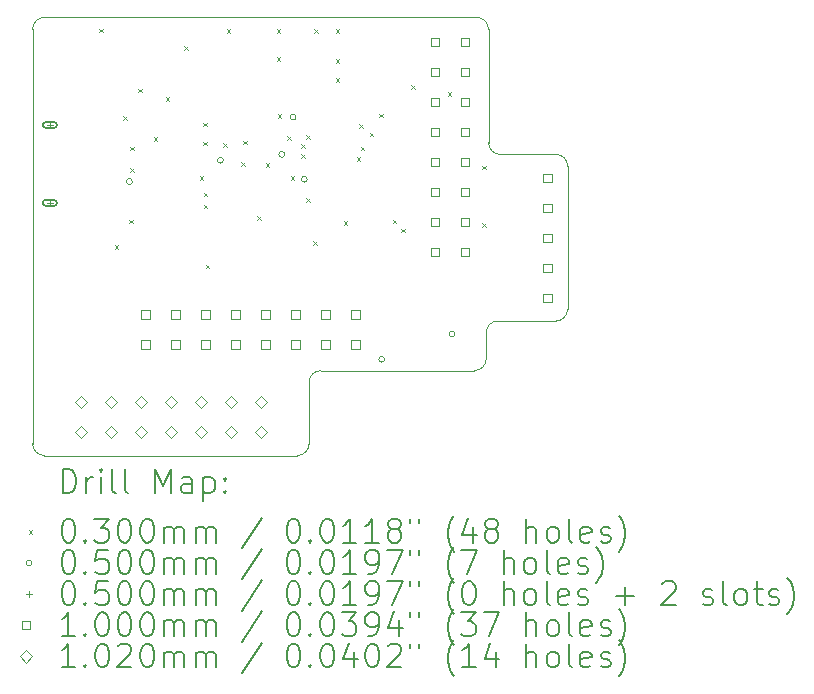
<source format=gbr>
%TF.GenerationSoftware,KiCad,Pcbnew,7.0.8*%
%TF.CreationDate,2024-04-19T19:41:27-04:00*%
%TF.ProjectId,programmer,70726f67-7261-46d6-9d65-722e6b696361,rev?*%
%TF.SameCoordinates,Original*%
%TF.FileFunction,Drillmap*%
%TF.FilePolarity,Positive*%
%FSLAX45Y45*%
G04 Gerber Fmt 4.5, Leading zero omitted, Abs format (unit mm)*
G04 Created by KiCad (PCBNEW 7.0.8) date 2024-04-19 19:41:27*
%MOMM*%
%LPD*%
G01*
G04 APERTURE LIST*
%ADD10C,0.100000*%
%ADD11C,0.200000*%
%ADD12C,0.030000*%
%ADD13C,0.050000*%
%ADD14C,0.102000*%
G04 APERTURE END LIST*
D10*
X9800000Y-6290000D02*
X13460000Y-6290000D01*
X9700000Y-9900000D02*
X9700000Y-6390000D01*
X14130000Y-8860000D02*
X13640000Y-8860000D01*
X14130000Y-8860000D02*
G75*
G03*
X14230000Y-8760000I0J100000D01*
G01*
X13560000Y-7350000D02*
G75*
G03*
X13660000Y-7450000I100000J0D01*
G01*
X13560000Y-6390000D02*
X13560000Y-7350000D01*
X13660000Y-7450000D02*
X14130000Y-7450000D01*
X11940000Y-10000000D02*
G75*
G03*
X12040000Y-9900000I0J100000D01*
G01*
X13560000Y-6390000D02*
G75*
G03*
X13460000Y-6290000I-100000J0D01*
G01*
X14230000Y-7550000D02*
X14230000Y-8760000D01*
X13440000Y-9280000D02*
G75*
G03*
X13540000Y-9180000I0J100000D01*
G01*
X13640000Y-8860000D02*
G75*
G03*
X13540000Y-8960000I0J-100000D01*
G01*
X9800000Y-6290000D02*
G75*
G03*
X9700000Y-6390000I0J-100000D01*
G01*
X13540000Y-8960000D02*
X13540000Y-9180000D01*
X13440000Y-9280000D02*
X12140000Y-9280000D01*
X11940000Y-10000000D02*
X9800000Y-10000000D01*
X14230000Y-7550000D02*
G75*
G03*
X14130000Y-7450000I-100000J0D01*
G01*
X12040000Y-9380000D02*
X12040000Y-9900000D01*
X12140000Y-9280000D02*
G75*
G03*
X12040000Y-9380000I0J-100000D01*
G01*
X9700000Y-9900000D02*
G75*
G03*
X9800000Y-10000000I100000J0D01*
G01*
D11*
D12*
X10265000Y-6385000D02*
X10295000Y-6415000D01*
X10295000Y-6385000D02*
X10265000Y-6415000D01*
X10393703Y-8218000D02*
X10423703Y-8248000D01*
X10423703Y-8218000D02*
X10393703Y-8248000D01*
X10465000Y-7125000D02*
X10495000Y-7155000D01*
X10495000Y-7125000D02*
X10465000Y-7155000D01*
X10519000Y-8004000D02*
X10549000Y-8034000D01*
X10549000Y-8004000D02*
X10519000Y-8034000D01*
X10525000Y-7385000D02*
X10555000Y-7415000D01*
X10555000Y-7385000D02*
X10525000Y-7415000D01*
X10525000Y-7564950D02*
X10555000Y-7594950D01*
X10555000Y-7564950D02*
X10525000Y-7594950D01*
X10594717Y-6895000D02*
X10624717Y-6925000D01*
X10624717Y-6895000D02*
X10594717Y-6925000D01*
X10725000Y-7305000D02*
X10755000Y-7335000D01*
X10755000Y-7305000D02*
X10725000Y-7335000D01*
X10825000Y-6965000D02*
X10855000Y-6995000D01*
X10855000Y-6965000D02*
X10825000Y-6995000D01*
X10985000Y-6535000D02*
X11015000Y-6565000D01*
X11015000Y-6535000D02*
X10985000Y-6565000D01*
X11115000Y-7635000D02*
X11145000Y-7665000D01*
X11145000Y-7635000D02*
X11115000Y-7665000D01*
X11142000Y-7180000D02*
X11172000Y-7210000D01*
X11172000Y-7180000D02*
X11142000Y-7210000D01*
X11146000Y-7342000D02*
X11176000Y-7372000D01*
X11176000Y-7342000D02*
X11146000Y-7372000D01*
X11147000Y-7776000D02*
X11177000Y-7806000D01*
X11177000Y-7776000D02*
X11147000Y-7806000D01*
X11148000Y-7875000D02*
X11178000Y-7905000D01*
X11178000Y-7875000D02*
X11148000Y-7905000D01*
X11165000Y-8385000D02*
X11195000Y-8415000D01*
X11195000Y-8385000D02*
X11165000Y-8415000D01*
X11315000Y-7355000D02*
X11345000Y-7385000D01*
X11345000Y-7355000D02*
X11315000Y-7385000D01*
X11345000Y-6389950D02*
X11375000Y-6419950D01*
X11375000Y-6389950D02*
X11345000Y-6419950D01*
X11465000Y-7515000D02*
X11495000Y-7545000D01*
X11495000Y-7515000D02*
X11465000Y-7545000D01*
X11485000Y-7335000D02*
X11515000Y-7365000D01*
X11515000Y-7335000D02*
X11485000Y-7365000D01*
X11602000Y-7973000D02*
X11632000Y-8003000D01*
X11632000Y-7973000D02*
X11602000Y-8003000D01*
X11675000Y-7525000D02*
X11705000Y-7555000D01*
X11705000Y-7525000D02*
X11675000Y-7555000D01*
X11765000Y-6388700D02*
X11795000Y-6418700D01*
X11795000Y-6388700D02*
X11765000Y-6418700D01*
X11765818Y-6629264D02*
X11795818Y-6659264D01*
X11795818Y-6629264D02*
X11765818Y-6659264D01*
X11776000Y-7108000D02*
X11806000Y-7138000D01*
X11806000Y-7108000D02*
X11776000Y-7138000D01*
X11855000Y-7294950D02*
X11885000Y-7324950D01*
X11885000Y-7294950D02*
X11855000Y-7324950D01*
X11885000Y-7635000D02*
X11915000Y-7665000D01*
X11915000Y-7635000D02*
X11885000Y-7665000D01*
X11974967Y-7364967D02*
X12004967Y-7394967D01*
X12004967Y-7364967D02*
X11974967Y-7394967D01*
X11974973Y-7449744D02*
X12004973Y-7479744D01*
X12004973Y-7449744D02*
X11974973Y-7479744D01*
X12015391Y-7289391D02*
X12045391Y-7319391D01*
X12045391Y-7289391D02*
X12015391Y-7319391D01*
X12017000Y-7821000D02*
X12047000Y-7851000D01*
X12047000Y-7821000D02*
X12017000Y-7851000D01*
X12074950Y-8186810D02*
X12104950Y-8216810D01*
X12104950Y-8186810D02*
X12074950Y-8216810D01*
X12085000Y-6388150D02*
X12115000Y-6418150D01*
X12115000Y-6388150D02*
X12085000Y-6418150D01*
X12265000Y-6388200D02*
X12295000Y-6418200D01*
X12295000Y-6388200D02*
X12265000Y-6418200D01*
X12265000Y-6645000D02*
X12295000Y-6675000D01*
X12295000Y-6645000D02*
X12265000Y-6675000D01*
X12265000Y-6805000D02*
X12295000Y-6835000D01*
X12295000Y-6805000D02*
X12265000Y-6835000D01*
X12332391Y-8017609D02*
X12362391Y-8047609D01*
X12362391Y-8017609D02*
X12332391Y-8047609D01*
X12445000Y-7475050D02*
X12475000Y-7505050D01*
X12475000Y-7475050D02*
X12445000Y-7505050D01*
X12465000Y-7194950D02*
X12495000Y-7224950D01*
X12495000Y-7194950D02*
X12465000Y-7224950D01*
X12479366Y-7385000D02*
X12509366Y-7415000D01*
X12509366Y-7385000D02*
X12479366Y-7415000D01*
X12555000Y-7265000D02*
X12585000Y-7295000D01*
X12585000Y-7265000D02*
X12555000Y-7295000D01*
X12635000Y-7105000D02*
X12665000Y-7135000D01*
X12665000Y-7105000D02*
X12635000Y-7135000D01*
X12747609Y-8002391D02*
X12777609Y-8032391D01*
X12777609Y-8002391D02*
X12747609Y-8032391D01*
X12822609Y-8077391D02*
X12852609Y-8107391D01*
X12852609Y-8077391D02*
X12822609Y-8107391D01*
X12905000Y-6865000D02*
X12935000Y-6895000D01*
X12935000Y-6865000D02*
X12905000Y-6895000D01*
X13214219Y-6924950D02*
X13244219Y-6954950D01*
X13244219Y-6924950D02*
X13214219Y-6954950D01*
X13505000Y-7545000D02*
X13535000Y-7575000D01*
X13535000Y-7545000D02*
X13505000Y-7575000D01*
X13505000Y-8035000D02*
X13535000Y-8065000D01*
X13535000Y-8035000D02*
X13505000Y-8065000D01*
D13*
X10545000Y-7680000D02*
G75*
G03*
X10545000Y-7680000I-25000J0D01*
G01*
X11315000Y-7500000D02*
G75*
G03*
X11315000Y-7500000I-25000J0D01*
G01*
X11835000Y-7450000D02*
G75*
G03*
X11835000Y-7450000I-25000J0D01*
G01*
X11930366Y-7133233D02*
G75*
G03*
X11930366Y-7133233I-25000J0D01*
G01*
X12024950Y-7660000D02*
G75*
G03*
X12024950Y-7660000I-25000J0D01*
G01*
X12680000Y-9185000D02*
G75*
G03*
X12680000Y-9185000I-25000J0D01*
G01*
X13275000Y-8970000D02*
G75*
G03*
X13275000Y-8970000I-25000J0D01*
G01*
X9845000Y-7175888D02*
X9845000Y-7225888D01*
X9820000Y-7200888D02*
X9870000Y-7200888D01*
D11*
X9810000Y-7225888D02*
X9880000Y-7225888D01*
X9880000Y-7225888D02*
G75*
G03*
X9880000Y-7175888I0J25000D01*
G01*
X9880000Y-7175888D02*
X9810000Y-7175888D01*
X9810000Y-7175888D02*
G75*
G03*
X9810000Y-7225888I0J-25000D01*
G01*
D13*
X9845000Y-7835888D02*
X9845000Y-7885888D01*
X9820000Y-7860888D02*
X9870000Y-7860888D01*
D11*
X9810000Y-7885888D02*
X9880000Y-7885888D01*
X9880000Y-7885888D02*
G75*
G03*
X9880000Y-7835888I0J25000D01*
G01*
X9880000Y-7835888D02*
X9810000Y-7835888D01*
X9810000Y-7835888D02*
G75*
G03*
X9810000Y-7885888I0J-25000D01*
G01*
D10*
X10691356Y-8841356D02*
X10691356Y-8770644D01*
X10620644Y-8770644D01*
X10620644Y-8841356D01*
X10691356Y-8841356D01*
X10691356Y-9095356D02*
X10691356Y-9024644D01*
X10620644Y-9024644D01*
X10620644Y-9095356D01*
X10691356Y-9095356D01*
X10945356Y-8841356D02*
X10945356Y-8770644D01*
X10874644Y-8770644D01*
X10874644Y-8841356D01*
X10945356Y-8841356D01*
X10945356Y-9095356D02*
X10945356Y-9024644D01*
X10874644Y-9024644D01*
X10874644Y-9095356D01*
X10945356Y-9095356D01*
X11199356Y-8841356D02*
X11199356Y-8770644D01*
X11128644Y-8770644D01*
X11128644Y-8841356D01*
X11199356Y-8841356D01*
X11199356Y-9095356D02*
X11199356Y-9024644D01*
X11128644Y-9024644D01*
X11128644Y-9095356D01*
X11199356Y-9095356D01*
X11453356Y-8841356D02*
X11453356Y-8770644D01*
X11382644Y-8770644D01*
X11382644Y-8841356D01*
X11453356Y-8841356D01*
X11453356Y-9095356D02*
X11453356Y-9024644D01*
X11382644Y-9024644D01*
X11382644Y-9095356D01*
X11453356Y-9095356D01*
X11707356Y-8841356D02*
X11707356Y-8770644D01*
X11636644Y-8770644D01*
X11636644Y-8841356D01*
X11707356Y-8841356D01*
X11707356Y-9095356D02*
X11707356Y-9024644D01*
X11636644Y-9024644D01*
X11636644Y-9095356D01*
X11707356Y-9095356D01*
X11961356Y-8841356D02*
X11961356Y-8770644D01*
X11890644Y-8770644D01*
X11890644Y-8841356D01*
X11961356Y-8841356D01*
X11961356Y-9095356D02*
X11961356Y-9024644D01*
X11890644Y-9024644D01*
X11890644Y-9095356D01*
X11961356Y-9095356D01*
X12215356Y-8841356D02*
X12215356Y-8770644D01*
X12144644Y-8770644D01*
X12144644Y-8841356D01*
X12215356Y-8841356D01*
X12215356Y-9095356D02*
X12215356Y-9024644D01*
X12144644Y-9024644D01*
X12144644Y-9095356D01*
X12215356Y-9095356D01*
X12469356Y-8841356D02*
X12469356Y-8770644D01*
X12398644Y-8770644D01*
X12398644Y-8841356D01*
X12469356Y-8841356D01*
X12469356Y-9095356D02*
X12469356Y-9024644D01*
X12398644Y-9024644D01*
X12398644Y-9095356D01*
X12469356Y-9095356D01*
X13141809Y-6534902D02*
X13141809Y-6464191D01*
X13071098Y-6464191D01*
X13071098Y-6534902D01*
X13141809Y-6534902D01*
X13141809Y-6788902D02*
X13141809Y-6718191D01*
X13071098Y-6718191D01*
X13071098Y-6788902D01*
X13141809Y-6788902D01*
X13141809Y-7042902D02*
X13141809Y-6972191D01*
X13071098Y-6972191D01*
X13071098Y-7042902D01*
X13141809Y-7042902D01*
X13141809Y-7296902D02*
X13141809Y-7226191D01*
X13071098Y-7226191D01*
X13071098Y-7296902D01*
X13141809Y-7296902D01*
X13141809Y-7550902D02*
X13141809Y-7480191D01*
X13071098Y-7480191D01*
X13071098Y-7550902D01*
X13141809Y-7550902D01*
X13141809Y-7804902D02*
X13141809Y-7734191D01*
X13071098Y-7734191D01*
X13071098Y-7804902D01*
X13141809Y-7804902D01*
X13141809Y-8058902D02*
X13141809Y-7988191D01*
X13071098Y-7988191D01*
X13071098Y-8058902D01*
X13141809Y-8058902D01*
X13141809Y-8312902D02*
X13141809Y-8242191D01*
X13071098Y-8242191D01*
X13071098Y-8312902D01*
X13141809Y-8312902D01*
X13395809Y-6534902D02*
X13395809Y-6464191D01*
X13325098Y-6464191D01*
X13325098Y-6534902D01*
X13395809Y-6534902D01*
X13395809Y-6788902D02*
X13395809Y-6718191D01*
X13325098Y-6718191D01*
X13325098Y-6788902D01*
X13395809Y-6788902D01*
X13395809Y-7042902D02*
X13395809Y-6972191D01*
X13325098Y-6972191D01*
X13325098Y-7042902D01*
X13395809Y-7042902D01*
X13395809Y-7296902D02*
X13395809Y-7226191D01*
X13325098Y-7226191D01*
X13325098Y-7296902D01*
X13395809Y-7296902D01*
X13395809Y-7550902D02*
X13395809Y-7480191D01*
X13325098Y-7480191D01*
X13325098Y-7550902D01*
X13395809Y-7550902D01*
X13395809Y-7804902D02*
X13395809Y-7734191D01*
X13325098Y-7734191D01*
X13325098Y-7804902D01*
X13395809Y-7804902D01*
X13395809Y-8058902D02*
X13395809Y-7988191D01*
X13325098Y-7988191D01*
X13325098Y-8058902D01*
X13395809Y-8058902D01*
X13395809Y-8312902D02*
X13395809Y-8242191D01*
X13325098Y-8242191D01*
X13325098Y-8312902D01*
X13395809Y-8312902D01*
X14095356Y-7682606D02*
X14095356Y-7611894D01*
X14024644Y-7611894D01*
X14024644Y-7682606D01*
X14095356Y-7682606D01*
X14095356Y-7936606D02*
X14095356Y-7865894D01*
X14024644Y-7865894D01*
X14024644Y-7936606D01*
X14095356Y-7936606D01*
X14095356Y-8190606D02*
X14095356Y-8119894D01*
X14024644Y-8119894D01*
X14024644Y-8190606D01*
X14095356Y-8190606D01*
X14095356Y-8444606D02*
X14095356Y-8373894D01*
X14024644Y-8373894D01*
X14024644Y-8444606D01*
X14095356Y-8444606D01*
X14095356Y-8698606D02*
X14095356Y-8627894D01*
X14024644Y-8627894D01*
X14024644Y-8698606D01*
X14095356Y-8698606D01*
D14*
X10106000Y-9597000D02*
X10157000Y-9546000D01*
X10106000Y-9495000D01*
X10055000Y-9546000D01*
X10106000Y-9597000D01*
X10106000Y-9851000D02*
X10157000Y-9800000D01*
X10106000Y-9749000D01*
X10055000Y-9800000D01*
X10106000Y-9851000D01*
X10360000Y-9597000D02*
X10411000Y-9546000D01*
X10360000Y-9495000D01*
X10309000Y-9546000D01*
X10360000Y-9597000D01*
X10360000Y-9851000D02*
X10411000Y-9800000D01*
X10360000Y-9749000D01*
X10309000Y-9800000D01*
X10360000Y-9851000D01*
X10614000Y-9597000D02*
X10665000Y-9546000D01*
X10614000Y-9495000D01*
X10563000Y-9546000D01*
X10614000Y-9597000D01*
X10614000Y-9851000D02*
X10665000Y-9800000D01*
X10614000Y-9749000D01*
X10563000Y-9800000D01*
X10614000Y-9851000D01*
X10868000Y-9597000D02*
X10919000Y-9546000D01*
X10868000Y-9495000D01*
X10817000Y-9546000D01*
X10868000Y-9597000D01*
X10868000Y-9851000D02*
X10919000Y-9800000D01*
X10868000Y-9749000D01*
X10817000Y-9800000D01*
X10868000Y-9851000D01*
X11122000Y-9597000D02*
X11173000Y-9546000D01*
X11122000Y-9495000D01*
X11071000Y-9546000D01*
X11122000Y-9597000D01*
X11122000Y-9851000D02*
X11173000Y-9800000D01*
X11122000Y-9749000D01*
X11071000Y-9800000D01*
X11122000Y-9851000D01*
X11376000Y-9597000D02*
X11427000Y-9546000D01*
X11376000Y-9495000D01*
X11325000Y-9546000D01*
X11376000Y-9597000D01*
X11376000Y-9851000D02*
X11427000Y-9800000D01*
X11376000Y-9749000D01*
X11325000Y-9800000D01*
X11376000Y-9851000D01*
X11630000Y-9597000D02*
X11681000Y-9546000D01*
X11630000Y-9495000D01*
X11579000Y-9546000D01*
X11630000Y-9597000D01*
X11630000Y-9851000D02*
X11681000Y-9800000D01*
X11630000Y-9749000D01*
X11579000Y-9800000D01*
X11630000Y-9851000D01*
D11*
X9955777Y-10316484D02*
X9955777Y-10116484D01*
X9955777Y-10116484D02*
X10003396Y-10116484D01*
X10003396Y-10116484D02*
X10031967Y-10126008D01*
X10031967Y-10126008D02*
X10051015Y-10145055D01*
X10051015Y-10145055D02*
X10060539Y-10164103D01*
X10060539Y-10164103D02*
X10070063Y-10202198D01*
X10070063Y-10202198D02*
X10070063Y-10230770D01*
X10070063Y-10230770D02*
X10060539Y-10268865D01*
X10060539Y-10268865D02*
X10051015Y-10287912D01*
X10051015Y-10287912D02*
X10031967Y-10306960D01*
X10031967Y-10306960D02*
X10003396Y-10316484D01*
X10003396Y-10316484D02*
X9955777Y-10316484D01*
X10155777Y-10316484D02*
X10155777Y-10183150D01*
X10155777Y-10221246D02*
X10165301Y-10202198D01*
X10165301Y-10202198D02*
X10174824Y-10192674D01*
X10174824Y-10192674D02*
X10193872Y-10183150D01*
X10193872Y-10183150D02*
X10212920Y-10183150D01*
X10279586Y-10316484D02*
X10279586Y-10183150D01*
X10279586Y-10116484D02*
X10270063Y-10126008D01*
X10270063Y-10126008D02*
X10279586Y-10135531D01*
X10279586Y-10135531D02*
X10289110Y-10126008D01*
X10289110Y-10126008D02*
X10279586Y-10116484D01*
X10279586Y-10116484D02*
X10279586Y-10135531D01*
X10403396Y-10316484D02*
X10384348Y-10306960D01*
X10384348Y-10306960D02*
X10374824Y-10287912D01*
X10374824Y-10287912D02*
X10374824Y-10116484D01*
X10508158Y-10316484D02*
X10489110Y-10306960D01*
X10489110Y-10306960D02*
X10479586Y-10287912D01*
X10479586Y-10287912D02*
X10479586Y-10116484D01*
X10736729Y-10316484D02*
X10736729Y-10116484D01*
X10736729Y-10116484D02*
X10803396Y-10259341D01*
X10803396Y-10259341D02*
X10870063Y-10116484D01*
X10870063Y-10116484D02*
X10870063Y-10316484D01*
X11051015Y-10316484D02*
X11051015Y-10211722D01*
X11051015Y-10211722D02*
X11041491Y-10192674D01*
X11041491Y-10192674D02*
X11022444Y-10183150D01*
X11022444Y-10183150D02*
X10984348Y-10183150D01*
X10984348Y-10183150D02*
X10965301Y-10192674D01*
X11051015Y-10306960D02*
X11031967Y-10316484D01*
X11031967Y-10316484D02*
X10984348Y-10316484D01*
X10984348Y-10316484D02*
X10965301Y-10306960D01*
X10965301Y-10306960D02*
X10955777Y-10287912D01*
X10955777Y-10287912D02*
X10955777Y-10268865D01*
X10955777Y-10268865D02*
X10965301Y-10249817D01*
X10965301Y-10249817D02*
X10984348Y-10240293D01*
X10984348Y-10240293D02*
X11031967Y-10240293D01*
X11031967Y-10240293D02*
X11051015Y-10230770D01*
X11146253Y-10183150D02*
X11146253Y-10383150D01*
X11146253Y-10192674D02*
X11165301Y-10183150D01*
X11165301Y-10183150D02*
X11203396Y-10183150D01*
X11203396Y-10183150D02*
X11222443Y-10192674D01*
X11222443Y-10192674D02*
X11231967Y-10202198D01*
X11231967Y-10202198D02*
X11241491Y-10221246D01*
X11241491Y-10221246D02*
X11241491Y-10278389D01*
X11241491Y-10278389D02*
X11231967Y-10297436D01*
X11231967Y-10297436D02*
X11222443Y-10306960D01*
X11222443Y-10306960D02*
X11203396Y-10316484D01*
X11203396Y-10316484D02*
X11165301Y-10316484D01*
X11165301Y-10316484D02*
X11146253Y-10306960D01*
X11327205Y-10297436D02*
X11336729Y-10306960D01*
X11336729Y-10306960D02*
X11327205Y-10316484D01*
X11327205Y-10316484D02*
X11317682Y-10306960D01*
X11317682Y-10306960D02*
X11327205Y-10297436D01*
X11327205Y-10297436D02*
X11327205Y-10316484D01*
X11327205Y-10192674D02*
X11336729Y-10202198D01*
X11336729Y-10202198D02*
X11327205Y-10211722D01*
X11327205Y-10211722D02*
X11317682Y-10202198D01*
X11317682Y-10202198D02*
X11327205Y-10192674D01*
X11327205Y-10192674D02*
X11327205Y-10211722D01*
D12*
X9665000Y-10630000D02*
X9695000Y-10660000D01*
X9695000Y-10630000D02*
X9665000Y-10660000D01*
D11*
X9993872Y-10536484D02*
X10012920Y-10536484D01*
X10012920Y-10536484D02*
X10031967Y-10546008D01*
X10031967Y-10546008D02*
X10041491Y-10555531D01*
X10041491Y-10555531D02*
X10051015Y-10574579D01*
X10051015Y-10574579D02*
X10060539Y-10612674D01*
X10060539Y-10612674D02*
X10060539Y-10660293D01*
X10060539Y-10660293D02*
X10051015Y-10698389D01*
X10051015Y-10698389D02*
X10041491Y-10717436D01*
X10041491Y-10717436D02*
X10031967Y-10726960D01*
X10031967Y-10726960D02*
X10012920Y-10736484D01*
X10012920Y-10736484D02*
X9993872Y-10736484D01*
X9993872Y-10736484D02*
X9974824Y-10726960D01*
X9974824Y-10726960D02*
X9965301Y-10717436D01*
X9965301Y-10717436D02*
X9955777Y-10698389D01*
X9955777Y-10698389D02*
X9946253Y-10660293D01*
X9946253Y-10660293D02*
X9946253Y-10612674D01*
X9946253Y-10612674D02*
X9955777Y-10574579D01*
X9955777Y-10574579D02*
X9965301Y-10555531D01*
X9965301Y-10555531D02*
X9974824Y-10546008D01*
X9974824Y-10546008D02*
X9993872Y-10536484D01*
X10146253Y-10717436D02*
X10155777Y-10726960D01*
X10155777Y-10726960D02*
X10146253Y-10736484D01*
X10146253Y-10736484D02*
X10136729Y-10726960D01*
X10136729Y-10726960D02*
X10146253Y-10717436D01*
X10146253Y-10717436D02*
X10146253Y-10736484D01*
X10222444Y-10536484D02*
X10346253Y-10536484D01*
X10346253Y-10536484D02*
X10279586Y-10612674D01*
X10279586Y-10612674D02*
X10308158Y-10612674D01*
X10308158Y-10612674D02*
X10327205Y-10622198D01*
X10327205Y-10622198D02*
X10336729Y-10631722D01*
X10336729Y-10631722D02*
X10346253Y-10650770D01*
X10346253Y-10650770D02*
X10346253Y-10698389D01*
X10346253Y-10698389D02*
X10336729Y-10717436D01*
X10336729Y-10717436D02*
X10327205Y-10726960D01*
X10327205Y-10726960D02*
X10308158Y-10736484D01*
X10308158Y-10736484D02*
X10251015Y-10736484D01*
X10251015Y-10736484D02*
X10231967Y-10726960D01*
X10231967Y-10726960D02*
X10222444Y-10717436D01*
X10470063Y-10536484D02*
X10489110Y-10536484D01*
X10489110Y-10536484D02*
X10508158Y-10546008D01*
X10508158Y-10546008D02*
X10517682Y-10555531D01*
X10517682Y-10555531D02*
X10527205Y-10574579D01*
X10527205Y-10574579D02*
X10536729Y-10612674D01*
X10536729Y-10612674D02*
X10536729Y-10660293D01*
X10536729Y-10660293D02*
X10527205Y-10698389D01*
X10527205Y-10698389D02*
X10517682Y-10717436D01*
X10517682Y-10717436D02*
X10508158Y-10726960D01*
X10508158Y-10726960D02*
X10489110Y-10736484D01*
X10489110Y-10736484D02*
X10470063Y-10736484D01*
X10470063Y-10736484D02*
X10451015Y-10726960D01*
X10451015Y-10726960D02*
X10441491Y-10717436D01*
X10441491Y-10717436D02*
X10431967Y-10698389D01*
X10431967Y-10698389D02*
X10422444Y-10660293D01*
X10422444Y-10660293D02*
X10422444Y-10612674D01*
X10422444Y-10612674D02*
X10431967Y-10574579D01*
X10431967Y-10574579D02*
X10441491Y-10555531D01*
X10441491Y-10555531D02*
X10451015Y-10546008D01*
X10451015Y-10546008D02*
X10470063Y-10536484D01*
X10660539Y-10536484D02*
X10679586Y-10536484D01*
X10679586Y-10536484D02*
X10698634Y-10546008D01*
X10698634Y-10546008D02*
X10708158Y-10555531D01*
X10708158Y-10555531D02*
X10717682Y-10574579D01*
X10717682Y-10574579D02*
X10727205Y-10612674D01*
X10727205Y-10612674D02*
X10727205Y-10660293D01*
X10727205Y-10660293D02*
X10717682Y-10698389D01*
X10717682Y-10698389D02*
X10708158Y-10717436D01*
X10708158Y-10717436D02*
X10698634Y-10726960D01*
X10698634Y-10726960D02*
X10679586Y-10736484D01*
X10679586Y-10736484D02*
X10660539Y-10736484D01*
X10660539Y-10736484D02*
X10641491Y-10726960D01*
X10641491Y-10726960D02*
X10631967Y-10717436D01*
X10631967Y-10717436D02*
X10622444Y-10698389D01*
X10622444Y-10698389D02*
X10612920Y-10660293D01*
X10612920Y-10660293D02*
X10612920Y-10612674D01*
X10612920Y-10612674D02*
X10622444Y-10574579D01*
X10622444Y-10574579D02*
X10631967Y-10555531D01*
X10631967Y-10555531D02*
X10641491Y-10546008D01*
X10641491Y-10546008D02*
X10660539Y-10536484D01*
X10812920Y-10736484D02*
X10812920Y-10603150D01*
X10812920Y-10622198D02*
X10822444Y-10612674D01*
X10822444Y-10612674D02*
X10841491Y-10603150D01*
X10841491Y-10603150D02*
X10870063Y-10603150D01*
X10870063Y-10603150D02*
X10889110Y-10612674D01*
X10889110Y-10612674D02*
X10898634Y-10631722D01*
X10898634Y-10631722D02*
X10898634Y-10736484D01*
X10898634Y-10631722D02*
X10908158Y-10612674D01*
X10908158Y-10612674D02*
X10927205Y-10603150D01*
X10927205Y-10603150D02*
X10955777Y-10603150D01*
X10955777Y-10603150D02*
X10974825Y-10612674D01*
X10974825Y-10612674D02*
X10984348Y-10631722D01*
X10984348Y-10631722D02*
X10984348Y-10736484D01*
X11079586Y-10736484D02*
X11079586Y-10603150D01*
X11079586Y-10622198D02*
X11089110Y-10612674D01*
X11089110Y-10612674D02*
X11108158Y-10603150D01*
X11108158Y-10603150D02*
X11136729Y-10603150D01*
X11136729Y-10603150D02*
X11155777Y-10612674D01*
X11155777Y-10612674D02*
X11165301Y-10631722D01*
X11165301Y-10631722D02*
X11165301Y-10736484D01*
X11165301Y-10631722D02*
X11174825Y-10612674D01*
X11174825Y-10612674D02*
X11193872Y-10603150D01*
X11193872Y-10603150D02*
X11222443Y-10603150D01*
X11222443Y-10603150D02*
X11241491Y-10612674D01*
X11241491Y-10612674D02*
X11251015Y-10631722D01*
X11251015Y-10631722D02*
X11251015Y-10736484D01*
X11641491Y-10526960D02*
X11470063Y-10784103D01*
X11898634Y-10536484D02*
X11917682Y-10536484D01*
X11917682Y-10536484D02*
X11936729Y-10546008D01*
X11936729Y-10546008D02*
X11946253Y-10555531D01*
X11946253Y-10555531D02*
X11955777Y-10574579D01*
X11955777Y-10574579D02*
X11965301Y-10612674D01*
X11965301Y-10612674D02*
X11965301Y-10660293D01*
X11965301Y-10660293D02*
X11955777Y-10698389D01*
X11955777Y-10698389D02*
X11946253Y-10717436D01*
X11946253Y-10717436D02*
X11936729Y-10726960D01*
X11936729Y-10726960D02*
X11917682Y-10736484D01*
X11917682Y-10736484D02*
X11898634Y-10736484D01*
X11898634Y-10736484D02*
X11879586Y-10726960D01*
X11879586Y-10726960D02*
X11870063Y-10717436D01*
X11870063Y-10717436D02*
X11860539Y-10698389D01*
X11860539Y-10698389D02*
X11851015Y-10660293D01*
X11851015Y-10660293D02*
X11851015Y-10612674D01*
X11851015Y-10612674D02*
X11860539Y-10574579D01*
X11860539Y-10574579D02*
X11870063Y-10555531D01*
X11870063Y-10555531D02*
X11879586Y-10546008D01*
X11879586Y-10546008D02*
X11898634Y-10536484D01*
X12051015Y-10717436D02*
X12060539Y-10726960D01*
X12060539Y-10726960D02*
X12051015Y-10736484D01*
X12051015Y-10736484D02*
X12041491Y-10726960D01*
X12041491Y-10726960D02*
X12051015Y-10717436D01*
X12051015Y-10717436D02*
X12051015Y-10736484D01*
X12184348Y-10536484D02*
X12203396Y-10536484D01*
X12203396Y-10536484D02*
X12222444Y-10546008D01*
X12222444Y-10546008D02*
X12231967Y-10555531D01*
X12231967Y-10555531D02*
X12241491Y-10574579D01*
X12241491Y-10574579D02*
X12251015Y-10612674D01*
X12251015Y-10612674D02*
X12251015Y-10660293D01*
X12251015Y-10660293D02*
X12241491Y-10698389D01*
X12241491Y-10698389D02*
X12231967Y-10717436D01*
X12231967Y-10717436D02*
X12222444Y-10726960D01*
X12222444Y-10726960D02*
X12203396Y-10736484D01*
X12203396Y-10736484D02*
X12184348Y-10736484D01*
X12184348Y-10736484D02*
X12165301Y-10726960D01*
X12165301Y-10726960D02*
X12155777Y-10717436D01*
X12155777Y-10717436D02*
X12146253Y-10698389D01*
X12146253Y-10698389D02*
X12136729Y-10660293D01*
X12136729Y-10660293D02*
X12136729Y-10612674D01*
X12136729Y-10612674D02*
X12146253Y-10574579D01*
X12146253Y-10574579D02*
X12155777Y-10555531D01*
X12155777Y-10555531D02*
X12165301Y-10546008D01*
X12165301Y-10546008D02*
X12184348Y-10536484D01*
X12441491Y-10736484D02*
X12327206Y-10736484D01*
X12384348Y-10736484D02*
X12384348Y-10536484D01*
X12384348Y-10536484D02*
X12365301Y-10565055D01*
X12365301Y-10565055D02*
X12346253Y-10584103D01*
X12346253Y-10584103D02*
X12327206Y-10593627D01*
X12631967Y-10736484D02*
X12517682Y-10736484D01*
X12574825Y-10736484D02*
X12574825Y-10536484D01*
X12574825Y-10536484D02*
X12555777Y-10565055D01*
X12555777Y-10565055D02*
X12536729Y-10584103D01*
X12536729Y-10584103D02*
X12517682Y-10593627D01*
X12746253Y-10622198D02*
X12727206Y-10612674D01*
X12727206Y-10612674D02*
X12717682Y-10603150D01*
X12717682Y-10603150D02*
X12708158Y-10584103D01*
X12708158Y-10584103D02*
X12708158Y-10574579D01*
X12708158Y-10574579D02*
X12717682Y-10555531D01*
X12717682Y-10555531D02*
X12727206Y-10546008D01*
X12727206Y-10546008D02*
X12746253Y-10536484D01*
X12746253Y-10536484D02*
X12784348Y-10536484D01*
X12784348Y-10536484D02*
X12803396Y-10546008D01*
X12803396Y-10546008D02*
X12812920Y-10555531D01*
X12812920Y-10555531D02*
X12822444Y-10574579D01*
X12822444Y-10574579D02*
X12822444Y-10584103D01*
X12822444Y-10584103D02*
X12812920Y-10603150D01*
X12812920Y-10603150D02*
X12803396Y-10612674D01*
X12803396Y-10612674D02*
X12784348Y-10622198D01*
X12784348Y-10622198D02*
X12746253Y-10622198D01*
X12746253Y-10622198D02*
X12727206Y-10631722D01*
X12727206Y-10631722D02*
X12717682Y-10641246D01*
X12717682Y-10641246D02*
X12708158Y-10660293D01*
X12708158Y-10660293D02*
X12708158Y-10698389D01*
X12708158Y-10698389D02*
X12717682Y-10717436D01*
X12717682Y-10717436D02*
X12727206Y-10726960D01*
X12727206Y-10726960D02*
X12746253Y-10736484D01*
X12746253Y-10736484D02*
X12784348Y-10736484D01*
X12784348Y-10736484D02*
X12803396Y-10726960D01*
X12803396Y-10726960D02*
X12812920Y-10717436D01*
X12812920Y-10717436D02*
X12822444Y-10698389D01*
X12822444Y-10698389D02*
X12822444Y-10660293D01*
X12822444Y-10660293D02*
X12812920Y-10641246D01*
X12812920Y-10641246D02*
X12803396Y-10631722D01*
X12803396Y-10631722D02*
X12784348Y-10622198D01*
X12898634Y-10536484D02*
X12898634Y-10574579D01*
X12974825Y-10536484D02*
X12974825Y-10574579D01*
X13270063Y-10812674D02*
X13260539Y-10803150D01*
X13260539Y-10803150D02*
X13241491Y-10774579D01*
X13241491Y-10774579D02*
X13231968Y-10755531D01*
X13231968Y-10755531D02*
X13222444Y-10726960D01*
X13222444Y-10726960D02*
X13212920Y-10679341D01*
X13212920Y-10679341D02*
X13212920Y-10641246D01*
X13212920Y-10641246D02*
X13222444Y-10593627D01*
X13222444Y-10593627D02*
X13231968Y-10565055D01*
X13231968Y-10565055D02*
X13241491Y-10546008D01*
X13241491Y-10546008D02*
X13260539Y-10517436D01*
X13260539Y-10517436D02*
X13270063Y-10507912D01*
X13431968Y-10603150D02*
X13431968Y-10736484D01*
X13384348Y-10526960D02*
X13336729Y-10669817D01*
X13336729Y-10669817D02*
X13460539Y-10669817D01*
X13565301Y-10622198D02*
X13546253Y-10612674D01*
X13546253Y-10612674D02*
X13536729Y-10603150D01*
X13536729Y-10603150D02*
X13527206Y-10584103D01*
X13527206Y-10584103D02*
X13527206Y-10574579D01*
X13527206Y-10574579D02*
X13536729Y-10555531D01*
X13536729Y-10555531D02*
X13546253Y-10546008D01*
X13546253Y-10546008D02*
X13565301Y-10536484D01*
X13565301Y-10536484D02*
X13603396Y-10536484D01*
X13603396Y-10536484D02*
X13622444Y-10546008D01*
X13622444Y-10546008D02*
X13631968Y-10555531D01*
X13631968Y-10555531D02*
X13641491Y-10574579D01*
X13641491Y-10574579D02*
X13641491Y-10584103D01*
X13641491Y-10584103D02*
X13631968Y-10603150D01*
X13631968Y-10603150D02*
X13622444Y-10612674D01*
X13622444Y-10612674D02*
X13603396Y-10622198D01*
X13603396Y-10622198D02*
X13565301Y-10622198D01*
X13565301Y-10622198D02*
X13546253Y-10631722D01*
X13546253Y-10631722D02*
X13536729Y-10641246D01*
X13536729Y-10641246D02*
X13527206Y-10660293D01*
X13527206Y-10660293D02*
X13527206Y-10698389D01*
X13527206Y-10698389D02*
X13536729Y-10717436D01*
X13536729Y-10717436D02*
X13546253Y-10726960D01*
X13546253Y-10726960D02*
X13565301Y-10736484D01*
X13565301Y-10736484D02*
X13603396Y-10736484D01*
X13603396Y-10736484D02*
X13622444Y-10726960D01*
X13622444Y-10726960D02*
X13631968Y-10717436D01*
X13631968Y-10717436D02*
X13641491Y-10698389D01*
X13641491Y-10698389D02*
X13641491Y-10660293D01*
X13641491Y-10660293D02*
X13631968Y-10641246D01*
X13631968Y-10641246D02*
X13622444Y-10631722D01*
X13622444Y-10631722D02*
X13603396Y-10622198D01*
X13879587Y-10736484D02*
X13879587Y-10536484D01*
X13965301Y-10736484D02*
X13965301Y-10631722D01*
X13965301Y-10631722D02*
X13955777Y-10612674D01*
X13955777Y-10612674D02*
X13936730Y-10603150D01*
X13936730Y-10603150D02*
X13908158Y-10603150D01*
X13908158Y-10603150D02*
X13889110Y-10612674D01*
X13889110Y-10612674D02*
X13879587Y-10622198D01*
X14089110Y-10736484D02*
X14070063Y-10726960D01*
X14070063Y-10726960D02*
X14060539Y-10717436D01*
X14060539Y-10717436D02*
X14051015Y-10698389D01*
X14051015Y-10698389D02*
X14051015Y-10641246D01*
X14051015Y-10641246D02*
X14060539Y-10622198D01*
X14060539Y-10622198D02*
X14070063Y-10612674D01*
X14070063Y-10612674D02*
X14089110Y-10603150D01*
X14089110Y-10603150D02*
X14117682Y-10603150D01*
X14117682Y-10603150D02*
X14136730Y-10612674D01*
X14136730Y-10612674D02*
X14146253Y-10622198D01*
X14146253Y-10622198D02*
X14155777Y-10641246D01*
X14155777Y-10641246D02*
X14155777Y-10698389D01*
X14155777Y-10698389D02*
X14146253Y-10717436D01*
X14146253Y-10717436D02*
X14136730Y-10726960D01*
X14136730Y-10726960D02*
X14117682Y-10736484D01*
X14117682Y-10736484D02*
X14089110Y-10736484D01*
X14270063Y-10736484D02*
X14251015Y-10726960D01*
X14251015Y-10726960D02*
X14241491Y-10707912D01*
X14241491Y-10707912D02*
X14241491Y-10536484D01*
X14422444Y-10726960D02*
X14403396Y-10736484D01*
X14403396Y-10736484D02*
X14365301Y-10736484D01*
X14365301Y-10736484D02*
X14346253Y-10726960D01*
X14346253Y-10726960D02*
X14336730Y-10707912D01*
X14336730Y-10707912D02*
X14336730Y-10631722D01*
X14336730Y-10631722D02*
X14346253Y-10612674D01*
X14346253Y-10612674D02*
X14365301Y-10603150D01*
X14365301Y-10603150D02*
X14403396Y-10603150D01*
X14403396Y-10603150D02*
X14422444Y-10612674D01*
X14422444Y-10612674D02*
X14431968Y-10631722D01*
X14431968Y-10631722D02*
X14431968Y-10650770D01*
X14431968Y-10650770D02*
X14336730Y-10669817D01*
X14508158Y-10726960D02*
X14527206Y-10736484D01*
X14527206Y-10736484D02*
X14565301Y-10736484D01*
X14565301Y-10736484D02*
X14584349Y-10726960D01*
X14584349Y-10726960D02*
X14593872Y-10707912D01*
X14593872Y-10707912D02*
X14593872Y-10698389D01*
X14593872Y-10698389D02*
X14584349Y-10679341D01*
X14584349Y-10679341D02*
X14565301Y-10669817D01*
X14565301Y-10669817D02*
X14536730Y-10669817D01*
X14536730Y-10669817D02*
X14517682Y-10660293D01*
X14517682Y-10660293D02*
X14508158Y-10641246D01*
X14508158Y-10641246D02*
X14508158Y-10631722D01*
X14508158Y-10631722D02*
X14517682Y-10612674D01*
X14517682Y-10612674D02*
X14536730Y-10603150D01*
X14536730Y-10603150D02*
X14565301Y-10603150D01*
X14565301Y-10603150D02*
X14584349Y-10612674D01*
X14660539Y-10812674D02*
X14670063Y-10803150D01*
X14670063Y-10803150D02*
X14689111Y-10774579D01*
X14689111Y-10774579D02*
X14698634Y-10755531D01*
X14698634Y-10755531D02*
X14708158Y-10726960D01*
X14708158Y-10726960D02*
X14717682Y-10679341D01*
X14717682Y-10679341D02*
X14717682Y-10641246D01*
X14717682Y-10641246D02*
X14708158Y-10593627D01*
X14708158Y-10593627D02*
X14698634Y-10565055D01*
X14698634Y-10565055D02*
X14689111Y-10546008D01*
X14689111Y-10546008D02*
X14670063Y-10517436D01*
X14670063Y-10517436D02*
X14660539Y-10507912D01*
D13*
X9695000Y-10909000D02*
G75*
G03*
X9695000Y-10909000I-25000J0D01*
G01*
D11*
X9993872Y-10800484D02*
X10012920Y-10800484D01*
X10012920Y-10800484D02*
X10031967Y-10810008D01*
X10031967Y-10810008D02*
X10041491Y-10819531D01*
X10041491Y-10819531D02*
X10051015Y-10838579D01*
X10051015Y-10838579D02*
X10060539Y-10876674D01*
X10060539Y-10876674D02*
X10060539Y-10924293D01*
X10060539Y-10924293D02*
X10051015Y-10962389D01*
X10051015Y-10962389D02*
X10041491Y-10981436D01*
X10041491Y-10981436D02*
X10031967Y-10990960D01*
X10031967Y-10990960D02*
X10012920Y-11000484D01*
X10012920Y-11000484D02*
X9993872Y-11000484D01*
X9993872Y-11000484D02*
X9974824Y-10990960D01*
X9974824Y-10990960D02*
X9965301Y-10981436D01*
X9965301Y-10981436D02*
X9955777Y-10962389D01*
X9955777Y-10962389D02*
X9946253Y-10924293D01*
X9946253Y-10924293D02*
X9946253Y-10876674D01*
X9946253Y-10876674D02*
X9955777Y-10838579D01*
X9955777Y-10838579D02*
X9965301Y-10819531D01*
X9965301Y-10819531D02*
X9974824Y-10810008D01*
X9974824Y-10810008D02*
X9993872Y-10800484D01*
X10146253Y-10981436D02*
X10155777Y-10990960D01*
X10155777Y-10990960D02*
X10146253Y-11000484D01*
X10146253Y-11000484D02*
X10136729Y-10990960D01*
X10136729Y-10990960D02*
X10146253Y-10981436D01*
X10146253Y-10981436D02*
X10146253Y-11000484D01*
X10336729Y-10800484D02*
X10241491Y-10800484D01*
X10241491Y-10800484D02*
X10231967Y-10895722D01*
X10231967Y-10895722D02*
X10241491Y-10886198D01*
X10241491Y-10886198D02*
X10260539Y-10876674D01*
X10260539Y-10876674D02*
X10308158Y-10876674D01*
X10308158Y-10876674D02*
X10327205Y-10886198D01*
X10327205Y-10886198D02*
X10336729Y-10895722D01*
X10336729Y-10895722D02*
X10346253Y-10914770D01*
X10346253Y-10914770D02*
X10346253Y-10962389D01*
X10346253Y-10962389D02*
X10336729Y-10981436D01*
X10336729Y-10981436D02*
X10327205Y-10990960D01*
X10327205Y-10990960D02*
X10308158Y-11000484D01*
X10308158Y-11000484D02*
X10260539Y-11000484D01*
X10260539Y-11000484D02*
X10241491Y-10990960D01*
X10241491Y-10990960D02*
X10231967Y-10981436D01*
X10470063Y-10800484D02*
X10489110Y-10800484D01*
X10489110Y-10800484D02*
X10508158Y-10810008D01*
X10508158Y-10810008D02*
X10517682Y-10819531D01*
X10517682Y-10819531D02*
X10527205Y-10838579D01*
X10527205Y-10838579D02*
X10536729Y-10876674D01*
X10536729Y-10876674D02*
X10536729Y-10924293D01*
X10536729Y-10924293D02*
X10527205Y-10962389D01*
X10527205Y-10962389D02*
X10517682Y-10981436D01*
X10517682Y-10981436D02*
X10508158Y-10990960D01*
X10508158Y-10990960D02*
X10489110Y-11000484D01*
X10489110Y-11000484D02*
X10470063Y-11000484D01*
X10470063Y-11000484D02*
X10451015Y-10990960D01*
X10451015Y-10990960D02*
X10441491Y-10981436D01*
X10441491Y-10981436D02*
X10431967Y-10962389D01*
X10431967Y-10962389D02*
X10422444Y-10924293D01*
X10422444Y-10924293D02*
X10422444Y-10876674D01*
X10422444Y-10876674D02*
X10431967Y-10838579D01*
X10431967Y-10838579D02*
X10441491Y-10819531D01*
X10441491Y-10819531D02*
X10451015Y-10810008D01*
X10451015Y-10810008D02*
X10470063Y-10800484D01*
X10660539Y-10800484D02*
X10679586Y-10800484D01*
X10679586Y-10800484D02*
X10698634Y-10810008D01*
X10698634Y-10810008D02*
X10708158Y-10819531D01*
X10708158Y-10819531D02*
X10717682Y-10838579D01*
X10717682Y-10838579D02*
X10727205Y-10876674D01*
X10727205Y-10876674D02*
X10727205Y-10924293D01*
X10727205Y-10924293D02*
X10717682Y-10962389D01*
X10717682Y-10962389D02*
X10708158Y-10981436D01*
X10708158Y-10981436D02*
X10698634Y-10990960D01*
X10698634Y-10990960D02*
X10679586Y-11000484D01*
X10679586Y-11000484D02*
X10660539Y-11000484D01*
X10660539Y-11000484D02*
X10641491Y-10990960D01*
X10641491Y-10990960D02*
X10631967Y-10981436D01*
X10631967Y-10981436D02*
X10622444Y-10962389D01*
X10622444Y-10962389D02*
X10612920Y-10924293D01*
X10612920Y-10924293D02*
X10612920Y-10876674D01*
X10612920Y-10876674D02*
X10622444Y-10838579D01*
X10622444Y-10838579D02*
X10631967Y-10819531D01*
X10631967Y-10819531D02*
X10641491Y-10810008D01*
X10641491Y-10810008D02*
X10660539Y-10800484D01*
X10812920Y-11000484D02*
X10812920Y-10867150D01*
X10812920Y-10886198D02*
X10822444Y-10876674D01*
X10822444Y-10876674D02*
X10841491Y-10867150D01*
X10841491Y-10867150D02*
X10870063Y-10867150D01*
X10870063Y-10867150D02*
X10889110Y-10876674D01*
X10889110Y-10876674D02*
X10898634Y-10895722D01*
X10898634Y-10895722D02*
X10898634Y-11000484D01*
X10898634Y-10895722D02*
X10908158Y-10876674D01*
X10908158Y-10876674D02*
X10927205Y-10867150D01*
X10927205Y-10867150D02*
X10955777Y-10867150D01*
X10955777Y-10867150D02*
X10974825Y-10876674D01*
X10974825Y-10876674D02*
X10984348Y-10895722D01*
X10984348Y-10895722D02*
X10984348Y-11000484D01*
X11079586Y-11000484D02*
X11079586Y-10867150D01*
X11079586Y-10886198D02*
X11089110Y-10876674D01*
X11089110Y-10876674D02*
X11108158Y-10867150D01*
X11108158Y-10867150D02*
X11136729Y-10867150D01*
X11136729Y-10867150D02*
X11155777Y-10876674D01*
X11155777Y-10876674D02*
X11165301Y-10895722D01*
X11165301Y-10895722D02*
X11165301Y-11000484D01*
X11165301Y-10895722D02*
X11174825Y-10876674D01*
X11174825Y-10876674D02*
X11193872Y-10867150D01*
X11193872Y-10867150D02*
X11222443Y-10867150D01*
X11222443Y-10867150D02*
X11241491Y-10876674D01*
X11241491Y-10876674D02*
X11251015Y-10895722D01*
X11251015Y-10895722D02*
X11251015Y-11000484D01*
X11641491Y-10790960D02*
X11470063Y-11048103D01*
X11898634Y-10800484D02*
X11917682Y-10800484D01*
X11917682Y-10800484D02*
X11936729Y-10810008D01*
X11936729Y-10810008D02*
X11946253Y-10819531D01*
X11946253Y-10819531D02*
X11955777Y-10838579D01*
X11955777Y-10838579D02*
X11965301Y-10876674D01*
X11965301Y-10876674D02*
X11965301Y-10924293D01*
X11965301Y-10924293D02*
X11955777Y-10962389D01*
X11955777Y-10962389D02*
X11946253Y-10981436D01*
X11946253Y-10981436D02*
X11936729Y-10990960D01*
X11936729Y-10990960D02*
X11917682Y-11000484D01*
X11917682Y-11000484D02*
X11898634Y-11000484D01*
X11898634Y-11000484D02*
X11879586Y-10990960D01*
X11879586Y-10990960D02*
X11870063Y-10981436D01*
X11870063Y-10981436D02*
X11860539Y-10962389D01*
X11860539Y-10962389D02*
X11851015Y-10924293D01*
X11851015Y-10924293D02*
X11851015Y-10876674D01*
X11851015Y-10876674D02*
X11860539Y-10838579D01*
X11860539Y-10838579D02*
X11870063Y-10819531D01*
X11870063Y-10819531D02*
X11879586Y-10810008D01*
X11879586Y-10810008D02*
X11898634Y-10800484D01*
X12051015Y-10981436D02*
X12060539Y-10990960D01*
X12060539Y-10990960D02*
X12051015Y-11000484D01*
X12051015Y-11000484D02*
X12041491Y-10990960D01*
X12041491Y-10990960D02*
X12051015Y-10981436D01*
X12051015Y-10981436D02*
X12051015Y-11000484D01*
X12184348Y-10800484D02*
X12203396Y-10800484D01*
X12203396Y-10800484D02*
X12222444Y-10810008D01*
X12222444Y-10810008D02*
X12231967Y-10819531D01*
X12231967Y-10819531D02*
X12241491Y-10838579D01*
X12241491Y-10838579D02*
X12251015Y-10876674D01*
X12251015Y-10876674D02*
X12251015Y-10924293D01*
X12251015Y-10924293D02*
X12241491Y-10962389D01*
X12241491Y-10962389D02*
X12231967Y-10981436D01*
X12231967Y-10981436D02*
X12222444Y-10990960D01*
X12222444Y-10990960D02*
X12203396Y-11000484D01*
X12203396Y-11000484D02*
X12184348Y-11000484D01*
X12184348Y-11000484D02*
X12165301Y-10990960D01*
X12165301Y-10990960D02*
X12155777Y-10981436D01*
X12155777Y-10981436D02*
X12146253Y-10962389D01*
X12146253Y-10962389D02*
X12136729Y-10924293D01*
X12136729Y-10924293D02*
X12136729Y-10876674D01*
X12136729Y-10876674D02*
X12146253Y-10838579D01*
X12146253Y-10838579D02*
X12155777Y-10819531D01*
X12155777Y-10819531D02*
X12165301Y-10810008D01*
X12165301Y-10810008D02*
X12184348Y-10800484D01*
X12441491Y-11000484D02*
X12327206Y-11000484D01*
X12384348Y-11000484D02*
X12384348Y-10800484D01*
X12384348Y-10800484D02*
X12365301Y-10829055D01*
X12365301Y-10829055D02*
X12346253Y-10848103D01*
X12346253Y-10848103D02*
X12327206Y-10857627D01*
X12536729Y-11000484D02*
X12574825Y-11000484D01*
X12574825Y-11000484D02*
X12593872Y-10990960D01*
X12593872Y-10990960D02*
X12603396Y-10981436D01*
X12603396Y-10981436D02*
X12622444Y-10952865D01*
X12622444Y-10952865D02*
X12631967Y-10914770D01*
X12631967Y-10914770D02*
X12631967Y-10838579D01*
X12631967Y-10838579D02*
X12622444Y-10819531D01*
X12622444Y-10819531D02*
X12612920Y-10810008D01*
X12612920Y-10810008D02*
X12593872Y-10800484D01*
X12593872Y-10800484D02*
X12555777Y-10800484D01*
X12555777Y-10800484D02*
X12536729Y-10810008D01*
X12536729Y-10810008D02*
X12527206Y-10819531D01*
X12527206Y-10819531D02*
X12517682Y-10838579D01*
X12517682Y-10838579D02*
X12517682Y-10886198D01*
X12517682Y-10886198D02*
X12527206Y-10905246D01*
X12527206Y-10905246D02*
X12536729Y-10914770D01*
X12536729Y-10914770D02*
X12555777Y-10924293D01*
X12555777Y-10924293D02*
X12593872Y-10924293D01*
X12593872Y-10924293D02*
X12612920Y-10914770D01*
X12612920Y-10914770D02*
X12622444Y-10905246D01*
X12622444Y-10905246D02*
X12631967Y-10886198D01*
X12698634Y-10800484D02*
X12831967Y-10800484D01*
X12831967Y-10800484D02*
X12746253Y-11000484D01*
X12898634Y-10800484D02*
X12898634Y-10838579D01*
X12974825Y-10800484D02*
X12974825Y-10838579D01*
X13270063Y-11076674D02*
X13260539Y-11067150D01*
X13260539Y-11067150D02*
X13241491Y-11038579D01*
X13241491Y-11038579D02*
X13231968Y-11019531D01*
X13231968Y-11019531D02*
X13222444Y-10990960D01*
X13222444Y-10990960D02*
X13212920Y-10943341D01*
X13212920Y-10943341D02*
X13212920Y-10905246D01*
X13212920Y-10905246D02*
X13222444Y-10857627D01*
X13222444Y-10857627D02*
X13231968Y-10829055D01*
X13231968Y-10829055D02*
X13241491Y-10810008D01*
X13241491Y-10810008D02*
X13260539Y-10781436D01*
X13260539Y-10781436D02*
X13270063Y-10771912D01*
X13327206Y-10800484D02*
X13460539Y-10800484D01*
X13460539Y-10800484D02*
X13374825Y-11000484D01*
X13689110Y-11000484D02*
X13689110Y-10800484D01*
X13774825Y-11000484D02*
X13774825Y-10895722D01*
X13774825Y-10895722D02*
X13765301Y-10876674D01*
X13765301Y-10876674D02*
X13746253Y-10867150D01*
X13746253Y-10867150D02*
X13717682Y-10867150D01*
X13717682Y-10867150D02*
X13698634Y-10876674D01*
X13698634Y-10876674D02*
X13689110Y-10886198D01*
X13898634Y-11000484D02*
X13879587Y-10990960D01*
X13879587Y-10990960D02*
X13870063Y-10981436D01*
X13870063Y-10981436D02*
X13860539Y-10962389D01*
X13860539Y-10962389D02*
X13860539Y-10905246D01*
X13860539Y-10905246D02*
X13870063Y-10886198D01*
X13870063Y-10886198D02*
X13879587Y-10876674D01*
X13879587Y-10876674D02*
X13898634Y-10867150D01*
X13898634Y-10867150D02*
X13927206Y-10867150D01*
X13927206Y-10867150D02*
X13946253Y-10876674D01*
X13946253Y-10876674D02*
X13955777Y-10886198D01*
X13955777Y-10886198D02*
X13965301Y-10905246D01*
X13965301Y-10905246D02*
X13965301Y-10962389D01*
X13965301Y-10962389D02*
X13955777Y-10981436D01*
X13955777Y-10981436D02*
X13946253Y-10990960D01*
X13946253Y-10990960D02*
X13927206Y-11000484D01*
X13927206Y-11000484D02*
X13898634Y-11000484D01*
X14079587Y-11000484D02*
X14060539Y-10990960D01*
X14060539Y-10990960D02*
X14051015Y-10971912D01*
X14051015Y-10971912D02*
X14051015Y-10800484D01*
X14231968Y-10990960D02*
X14212920Y-11000484D01*
X14212920Y-11000484D02*
X14174825Y-11000484D01*
X14174825Y-11000484D02*
X14155777Y-10990960D01*
X14155777Y-10990960D02*
X14146253Y-10971912D01*
X14146253Y-10971912D02*
X14146253Y-10895722D01*
X14146253Y-10895722D02*
X14155777Y-10876674D01*
X14155777Y-10876674D02*
X14174825Y-10867150D01*
X14174825Y-10867150D02*
X14212920Y-10867150D01*
X14212920Y-10867150D02*
X14231968Y-10876674D01*
X14231968Y-10876674D02*
X14241491Y-10895722D01*
X14241491Y-10895722D02*
X14241491Y-10914770D01*
X14241491Y-10914770D02*
X14146253Y-10933817D01*
X14317682Y-10990960D02*
X14336730Y-11000484D01*
X14336730Y-11000484D02*
X14374825Y-11000484D01*
X14374825Y-11000484D02*
X14393872Y-10990960D01*
X14393872Y-10990960D02*
X14403396Y-10971912D01*
X14403396Y-10971912D02*
X14403396Y-10962389D01*
X14403396Y-10962389D02*
X14393872Y-10943341D01*
X14393872Y-10943341D02*
X14374825Y-10933817D01*
X14374825Y-10933817D02*
X14346253Y-10933817D01*
X14346253Y-10933817D02*
X14327206Y-10924293D01*
X14327206Y-10924293D02*
X14317682Y-10905246D01*
X14317682Y-10905246D02*
X14317682Y-10895722D01*
X14317682Y-10895722D02*
X14327206Y-10876674D01*
X14327206Y-10876674D02*
X14346253Y-10867150D01*
X14346253Y-10867150D02*
X14374825Y-10867150D01*
X14374825Y-10867150D02*
X14393872Y-10876674D01*
X14470063Y-11076674D02*
X14479587Y-11067150D01*
X14479587Y-11067150D02*
X14498634Y-11038579D01*
X14498634Y-11038579D02*
X14508158Y-11019531D01*
X14508158Y-11019531D02*
X14517682Y-10990960D01*
X14517682Y-10990960D02*
X14527206Y-10943341D01*
X14527206Y-10943341D02*
X14527206Y-10905246D01*
X14527206Y-10905246D02*
X14517682Y-10857627D01*
X14517682Y-10857627D02*
X14508158Y-10829055D01*
X14508158Y-10829055D02*
X14498634Y-10810008D01*
X14498634Y-10810008D02*
X14479587Y-10781436D01*
X14479587Y-10781436D02*
X14470063Y-10771912D01*
D13*
X9670000Y-11148000D02*
X9670000Y-11198000D01*
X9645000Y-11173000D02*
X9695000Y-11173000D01*
D11*
X9993872Y-11064484D02*
X10012920Y-11064484D01*
X10012920Y-11064484D02*
X10031967Y-11074008D01*
X10031967Y-11074008D02*
X10041491Y-11083531D01*
X10041491Y-11083531D02*
X10051015Y-11102579D01*
X10051015Y-11102579D02*
X10060539Y-11140674D01*
X10060539Y-11140674D02*
X10060539Y-11188293D01*
X10060539Y-11188293D02*
X10051015Y-11226388D01*
X10051015Y-11226388D02*
X10041491Y-11245436D01*
X10041491Y-11245436D02*
X10031967Y-11254960D01*
X10031967Y-11254960D02*
X10012920Y-11264484D01*
X10012920Y-11264484D02*
X9993872Y-11264484D01*
X9993872Y-11264484D02*
X9974824Y-11254960D01*
X9974824Y-11254960D02*
X9965301Y-11245436D01*
X9965301Y-11245436D02*
X9955777Y-11226388D01*
X9955777Y-11226388D02*
X9946253Y-11188293D01*
X9946253Y-11188293D02*
X9946253Y-11140674D01*
X9946253Y-11140674D02*
X9955777Y-11102579D01*
X9955777Y-11102579D02*
X9965301Y-11083531D01*
X9965301Y-11083531D02*
X9974824Y-11074008D01*
X9974824Y-11074008D02*
X9993872Y-11064484D01*
X10146253Y-11245436D02*
X10155777Y-11254960D01*
X10155777Y-11254960D02*
X10146253Y-11264484D01*
X10146253Y-11264484D02*
X10136729Y-11254960D01*
X10136729Y-11254960D02*
X10146253Y-11245436D01*
X10146253Y-11245436D02*
X10146253Y-11264484D01*
X10336729Y-11064484D02*
X10241491Y-11064484D01*
X10241491Y-11064484D02*
X10231967Y-11159722D01*
X10231967Y-11159722D02*
X10241491Y-11150198D01*
X10241491Y-11150198D02*
X10260539Y-11140674D01*
X10260539Y-11140674D02*
X10308158Y-11140674D01*
X10308158Y-11140674D02*
X10327205Y-11150198D01*
X10327205Y-11150198D02*
X10336729Y-11159722D01*
X10336729Y-11159722D02*
X10346253Y-11178770D01*
X10346253Y-11178770D02*
X10346253Y-11226388D01*
X10346253Y-11226388D02*
X10336729Y-11245436D01*
X10336729Y-11245436D02*
X10327205Y-11254960D01*
X10327205Y-11254960D02*
X10308158Y-11264484D01*
X10308158Y-11264484D02*
X10260539Y-11264484D01*
X10260539Y-11264484D02*
X10241491Y-11254960D01*
X10241491Y-11254960D02*
X10231967Y-11245436D01*
X10470063Y-11064484D02*
X10489110Y-11064484D01*
X10489110Y-11064484D02*
X10508158Y-11074008D01*
X10508158Y-11074008D02*
X10517682Y-11083531D01*
X10517682Y-11083531D02*
X10527205Y-11102579D01*
X10527205Y-11102579D02*
X10536729Y-11140674D01*
X10536729Y-11140674D02*
X10536729Y-11188293D01*
X10536729Y-11188293D02*
X10527205Y-11226388D01*
X10527205Y-11226388D02*
X10517682Y-11245436D01*
X10517682Y-11245436D02*
X10508158Y-11254960D01*
X10508158Y-11254960D02*
X10489110Y-11264484D01*
X10489110Y-11264484D02*
X10470063Y-11264484D01*
X10470063Y-11264484D02*
X10451015Y-11254960D01*
X10451015Y-11254960D02*
X10441491Y-11245436D01*
X10441491Y-11245436D02*
X10431967Y-11226388D01*
X10431967Y-11226388D02*
X10422444Y-11188293D01*
X10422444Y-11188293D02*
X10422444Y-11140674D01*
X10422444Y-11140674D02*
X10431967Y-11102579D01*
X10431967Y-11102579D02*
X10441491Y-11083531D01*
X10441491Y-11083531D02*
X10451015Y-11074008D01*
X10451015Y-11074008D02*
X10470063Y-11064484D01*
X10660539Y-11064484D02*
X10679586Y-11064484D01*
X10679586Y-11064484D02*
X10698634Y-11074008D01*
X10698634Y-11074008D02*
X10708158Y-11083531D01*
X10708158Y-11083531D02*
X10717682Y-11102579D01*
X10717682Y-11102579D02*
X10727205Y-11140674D01*
X10727205Y-11140674D02*
X10727205Y-11188293D01*
X10727205Y-11188293D02*
X10717682Y-11226388D01*
X10717682Y-11226388D02*
X10708158Y-11245436D01*
X10708158Y-11245436D02*
X10698634Y-11254960D01*
X10698634Y-11254960D02*
X10679586Y-11264484D01*
X10679586Y-11264484D02*
X10660539Y-11264484D01*
X10660539Y-11264484D02*
X10641491Y-11254960D01*
X10641491Y-11254960D02*
X10631967Y-11245436D01*
X10631967Y-11245436D02*
X10622444Y-11226388D01*
X10622444Y-11226388D02*
X10612920Y-11188293D01*
X10612920Y-11188293D02*
X10612920Y-11140674D01*
X10612920Y-11140674D02*
X10622444Y-11102579D01*
X10622444Y-11102579D02*
X10631967Y-11083531D01*
X10631967Y-11083531D02*
X10641491Y-11074008D01*
X10641491Y-11074008D02*
X10660539Y-11064484D01*
X10812920Y-11264484D02*
X10812920Y-11131150D01*
X10812920Y-11150198D02*
X10822444Y-11140674D01*
X10822444Y-11140674D02*
X10841491Y-11131150D01*
X10841491Y-11131150D02*
X10870063Y-11131150D01*
X10870063Y-11131150D02*
X10889110Y-11140674D01*
X10889110Y-11140674D02*
X10898634Y-11159722D01*
X10898634Y-11159722D02*
X10898634Y-11264484D01*
X10898634Y-11159722D02*
X10908158Y-11140674D01*
X10908158Y-11140674D02*
X10927205Y-11131150D01*
X10927205Y-11131150D02*
X10955777Y-11131150D01*
X10955777Y-11131150D02*
X10974825Y-11140674D01*
X10974825Y-11140674D02*
X10984348Y-11159722D01*
X10984348Y-11159722D02*
X10984348Y-11264484D01*
X11079586Y-11264484D02*
X11079586Y-11131150D01*
X11079586Y-11150198D02*
X11089110Y-11140674D01*
X11089110Y-11140674D02*
X11108158Y-11131150D01*
X11108158Y-11131150D02*
X11136729Y-11131150D01*
X11136729Y-11131150D02*
X11155777Y-11140674D01*
X11155777Y-11140674D02*
X11165301Y-11159722D01*
X11165301Y-11159722D02*
X11165301Y-11264484D01*
X11165301Y-11159722D02*
X11174825Y-11140674D01*
X11174825Y-11140674D02*
X11193872Y-11131150D01*
X11193872Y-11131150D02*
X11222443Y-11131150D01*
X11222443Y-11131150D02*
X11241491Y-11140674D01*
X11241491Y-11140674D02*
X11251015Y-11159722D01*
X11251015Y-11159722D02*
X11251015Y-11264484D01*
X11641491Y-11054960D02*
X11470063Y-11312103D01*
X11898634Y-11064484D02*
X11917682Y-11064484D01*
X11917682Y-11064484D02*
X11936729Y-11074008D01*
X11936729Y-11074008D02*
X11946253Y-11083531D01*
X11946253Y-11083531D02*
X11955777Y-11102579D01*
X11955777Y-11102579D02*
X11965301Y-11140674D01*
X11965301Y-11140674D02*
X11965301Y-11188293D01*
X11965301Y-11188293D02*
X11955777Y-11226388D01*
X11955777Y-11226388D02*
X11946253Y-11245436D01*
X11946253Y-11245436D02*
X11936729Y-11254960D01*
X11936729Y-11254960D02*
X11917682Y-11264484D01*
X11917682Y-11264484D02*
X11898634Y-11264484D01*
X11898634Y-11264484D02*
X11879586Y-11254960D01*
X11879586Y-11254960D02*
X11870063Y-11245436D01*
X11870063Y-11245436D02*
X11860539Y-11226388D01*
X11860539Y-11226388D02*
X11851015Y-11188293D01*
X11851015Y-11188293D02*
X11851015Y-11140674D01*
X11851015Y-11140674D02*
X11860539Y-11102579D01*
X11860539Y-11102579D02*
X11870063Y-11083531D01*
X11870063Y-11083531D02*
X11879586Y-11074008D01*
X11879586Y-11074008D02*
X11898634Y-11064484D01*
X12051015Y-11245436D02*
X12060539Y-11254960D01*
X12060539Y-11254960D02*
X12051015Y-11264484D01*
X12051015Y-11264484D02*
X12041491Y-11254960D01*
X12041491Y-11254960D02*
X12051015Y-11245436D01*
X12051015Y-11245436D02*
X12051015Y-11264484D01*
X12184348Y-11064484D02*
X12203396Y-11064484D01*
X12203396Y-11064484D02*
X12222444Y-11074008D01*
X12222444Y-11074008D02*
X12231967Y-11083531D01*
X12231967Y-11083531D02*
X12241491Y-11102579D01*
X12241491Y-11102579D02*
X12251015Y-11140674D01*
X12251015Y-11140674D02*
X12251015Y-11188293D01*
X12251015Y-11188293D02*
X12241491Y-11226388D01*
X12241491Y-11226388D02*
X12231967Y-11245436D01*
X12231967Y-11245436D02*
X12222444Y-11254960D01*
X12222444Y-11254960D02*
X12203396Y-11264484D01*
X12203396Y-11264484D02*
X12184348Y-11264484D01*
X12184348Y-11264484D02*
X12165301Y-11254960D01*
X12165301Y-11254960D02*
X12155777Y-11245436D01*
X12155777Y-11245436D02*
X12146253Y-11226388D01*
X12146253Y-11226388D02*
X12136729Y-11188293D01*
X12136729Y-11188293D02*
X12136729Y-11140674D01*
X12136729Y-11140674D02*
X12146253Y-11102579D01*
X12146253Y-11102579D02*
X12155777Y-11083531D01*
X12155777Y-11083531D02*
X12165301Y-11074008D01*
X12165301Y-11074008D02*
X12184348Y-11064484D01*
X12441491Y-11264484D02*
X12327206Y-11264484D01*
X12384348Y-11264484D02*
X12384348Y-11064484D01*
X12384348Y-11064484D02*
X12365301Y-11093055D01*
X12365301Y-11093055D02*
X12346253Y-11112103D01*
X12346253Y-11112103D02*
X12327206Y-11121627D01*
X12536729Y-11264484D02*
X12574825Y-11264484D01*
X12574825Y-11264484D02*
X12593872Y-11254960D01*
X12593872Y-11254960D02*
X12603396Y-11245436D01*
X12603396Y-11245436D02*
X12622444Y-11216865D01*
X12622444Y-11216865D02*
X12631967Y-11178770D01*
X12631967Y-11178770D02*
X12631967Y-11102579D01*
X12631967Y-11102579D02*
X12622444Y-11083531D01*
X12622444Y-11083531D02*
X12612920Y-11074008D01*
X12612920Y-11074008D02*
X12593872Y-11064484D01*
X12593872Y-11064484D02*
X12555777Y-11064484D01*
X12555777Y-11064484D02*
X12536729Y-11074008D01*
X12536729Y-11074008D02*
X12527206Y-11083531D01*
X12527206Y-11083531D02*
X12517682Y-11102579D01*
X12517682Y-11102579D02*
X12517682Y-11150198D01*
X12517682Y-11150198D02*
X12527206Y-11169246D01*
X12527206Y-11169246D02*
X12536729Y-11178770D01*
X12536729Y-11178770D02*
X12555777Y-11188293D01*
X12555777Y-11188293D02*
X12593872Y-11188293D01*
X12593872Y-11188293D02*
X12612920Y-11178770D01*
X12612920Y-11178770D02*
X12622444Y-11169246D01*
X12622444Y-11169246D02*
X12631967Y-11150198D01*
X12698634Y-11064484D02*
X12831967Y-11064484D01*
X12831967Y-11064484D02*
X12746253Y-11264484D01*
X12898634Y-11064484D02*
X12898634Y-11102579D01*
X12974825Y-11064484D02*
X12974825Y-11102579D01*
X13270063Y-11340674D02*
X13260539Y-11331150D01*
X13260539Y-11331150D02*
X13241491Y-11302579D01*
X13241491Y-11302579D02*
X13231968Y-11283531D01*
X13231968Y-11283531D02*
X13222444Y-11254960D01*
X13222444Y-11254960D02*
X13212920Y-11207341D01*
X13212920Y-11207341D02*
X13212920Y-11169246D01*
X13212920Y-11169246D02*
X13222444Y-11121627D01*
X13222444Y-11121627D02*
X13231968Y-11093055D01*
X13231968Y-11093055D02*
X13241491Y-11074008D01*
X13241491Y-11074008D02*
X13260539Y-11045436D01*
X13260539Y-11045436D02*
X13270063Y-11035912D01*
X13384348Y-11064484D02*
X13403396Y-11064484D01*
X13403396Y-11064484D02*
X13422444Y-11074008D01*
X13422444Y-11074008D02*
X13431968Y-11083531D01*
X13431968Y-11083531D02*
X13441491Y-11102579D01*
X13441491Y-11102579D02*
X13451015Y-11140674D01*
X13451015Y-11140674D02*
X13451015Y-11188293D01*
X13451015Y-11188293D02*
X13441491Y-11226388D01*
X13441491Y-11226388D02*
X13431968Y-11245436D01*
X13431968Y-11245436D02*
X13422444Y-11254960D01*
X13422444Y-11254960D02*
X13403396Y-11264484D01*
X13403396Y-11264484D02*
X13384348Y-11264484D01*
X13384348Y-11264484D02*
X13365301Y-11254960D01*
X13365301Y-11254960D02*
X13355777Y-11245436D01*
X13355777Y-11245436D02*
X13346253Y-11226388D01*
X13346253Y-11226388D02*
X13336729Y-11188293D01*
X13336729Y-11188293D02*
X13336729Y-11140674D01*
X13336729Y-11140674D02*
X13346253Y-11102579D01*
X13346253Y-11102579D02*
X13355777Y-11083531D01*
X13355777Y-11083531D02*
X13365301Y-11074008D01*
X13365301Y-11074008D02*
X13384348Y-11064484D01*
X13689110Y-11264484D02*
X13689110Y-11064484D01*
X13774825Y-11264484D02*
X13774825Y-11159722D01*
X13774825Y-11159722D02*
X13765301Y-11140674D01*
X13765301Y-11140674D02*
X13746253Y-11131150D01*
X13746253Y-11131150D02*
X13717682Y-11131150D01*
X13717682Y-11131150D02*
X13698634Y-11140674D01*
X13698634Y-11140674D02*
X13689110Y-11150198D01*
X13898634Y-11264484D02*
X13879587Y-11254960D01*
X13879587Y-11254960D02*
X13870063Y-11245436D01*
X13870063Y-11245436D02*
X13860539Y-11226388D01*
X13860539Y-11226388D02*
X13860539Y-11169246D01*
X13860539Y-11169246D02*
X13870063Y-11150198D01*
X13870063Y-11150198D02*
X13879587Y-11140674D01*
X13879587Y-11140674D02*
X13898634Y-11131150D01*
X13898634Y-11131150D02*
X13927206Y-11131150D01*
X13927206Y-11131150D02*
X13946253Y-11140674D01*
X13946253Y-11140674D02*
X13955777Y-11150198D01*
X13955777Y-11150198D02*
X13965301Y-11169246D01*
X13965301Y-11169246D02*
X13965301Y-11226388D01*
X13965301Y-11226388D02*
X13955777Y-11245436D01*
X13955777Y-11245436D02*
X13946253Y-11254960D01*
X13946253Y-11254960D02*
X13927206Y-11264484D01*
X13927206Y-11264484D02*
X13898634Y-11264484D01*
X14079587Y-11264484D02*
X14060539Y-11254960D01*
X14060539Y-11254960D02*
X14051015Y-11235912D01*
X14051015Y-11235912D02*
X14051015Y-11064484D01*
X14231968Y-11254960D02*
X14212920Y-11264484D01*
X14212920Y-11264484D02*
X14174825Y-11264484D01*
X14174825Y-11264484D02*
X14155777Y-11254960D01*
X14155777Y-11254960D02*
X14146253Y-11235912D01*
X14146253Y-11235912D02*
X14146253Y-11159722D01*
X14146253Y-11159722D02*
X14155777Y-11140674D01*
X14155777Y-11140674D02*
X14174825Y-11131150D01*
X14174825Y-11131150D02*
X14212920Y-11131150D01*
X14212920Y-11131150D02*
X14231968Y-11140674D01*
X14231968Y-11140674D02*
X14241491Y-11159722D01*
X14241491Y-11159722D02*
X14241491Y-11178770D01*
X14241491Y-11178770D02*
X14146253Y-11197817D01*
X14317682Y-11254960D02*
X14336730Y-11264484D01*
X14336730Y-11264484D02*
X14374825Y-11264484D01*
X14374825Y-11264484D02*
X14393872Y-11254960D01*
X14393872Y-11254960D02*
X14403396Y-11235912D01*
X14403396Y-11235912D02*
X14403396Y-11226388D01*
X14403396Y-11226388D02*
X14393872Y-11207341D01*
X14393872Y-11207341D02*
X14374825Y-11197817D01*
X14374825Y-11197817D02*
X14346253Y-11197817D01*
X14346253Y-11197817D02*
X14327206Y-11188293D01*
X14327206Y-11188293D02*
X14317682Y-11169246D01*
X14317682Y-11169246D02*
X14317682Y-11159722D01*
X14317682Y-11159722D02*
X14327206Y-11140674D01*
X14327206Y-11140674D02*
X14346253Y-11131150D01*
X14346253Y-11131150D02*
X14374825Y-11131150D01*
X14374825Y-11131150D02*
X14393872Y-11140674D01*
X14641492Y-11188293D02*
X14793873Y-11188293D01*
X14717682Y-11264484D02*
X14717682Y-11112103D01*
X15031968Y-11083531D02*
X15041492Y-11074008D01*
X15041492Y-11074008D02*
X15060539Y-11064484D01*
X15060539Y-11064484D02*
X15108158Y-11064484D01*
X15108158Y-11064484D02*
X15127206Y-11074008D01*
X15127206Y-11074008D02*
X15136730Y-11083531D01*
X15136730Y-11083531D02*
X15146253Y-11102579D01*
X15146253Y-11102579D02*
X15146253Y-11121627D01*
X15146253Y-11121627D02*
X15136730Y-11150198D01*
X15136730Y-11150198D02*
X15022444Y-11264484D01*
X15022444Y-11264484D02*
X15146253Y-11264484D01*
X15374825Y-11254960D02*
X15393873Y-11264484D01*
X15393873Y-11264484D02*
X15431968Y-11264484D01*
X15431968Y-11264484D02*
X15451015Y-11254960D01*
X15451015Y-11254960D02*
X15460539Y-11235912D01*
X15460539Y-11235912D02*
X15460539Y-11226388D01*
X15460539Y-11226388D02*
X15451015Y-11207341D01*
X15451015Y-11207341D02*
X15431968Y-11197817D01*
X15431968Y-11197817D02*
X15403396Y-11197817D01*
X15403396Y-11197817D02*
X15384349Y-11188293D01*
X15384349Y-11188293D02*
X15374825Y-11169246D01*
X15374825Y-11169246D02*
X15374825Y-11159722D01*
X15374825Y-11159722D02*
X15384349Y-11140674D01*
X15384349Y-11140674D02*
X15403396Y-11131150D01*
X15403396Y-11131150D02*
X15431968Y-11131150D01*
X15431968Y-11131150D02*
X15451015Y-11140674D01*
X15574825Y-11264484D02*
X15555777Y-11254960D01*
X15555777Y-11254960D02*
X15546254Y-11235912D01*
X15546254Y-11235912D02*
X15546254Y-11064484D01*
X15679587Y-11264484D02*
X15660539Y-11254960D01*
X15660539Y-11254960D02*
X15651015Y-11245436D01*
X15651015Y-11245436D02*
X15641492Y-11226388D01*
X15641492Y-11226388D02*
X15641492Y-11169246D01*
X15641492Y-11169246D02*
X15651015Y-11150198D01*
X15651015Y-11150198D02*
X15660539Y-11140674D01*
X15660539Y-11140674D02*
X15679587Y-11131150D01*
X15679587Y-11131150D02*
X15708158Y-11131150D01*
X15708158Y-11131150D02*
X15727206Y-11140674D01*
X15727206Y-11140674D02*
X15736730Y-11150198D01*
X15736730Y-11150198D02*
X15746254Y-11169246D01*
X15746254Y-11169246D02*
X15746254Y-11226388D01*
X15746254Y-11226388D02*
X15736730Y-11245436D01*
X15736730Y-11245436D02*
X15727206Y-11254960D01*
X15727206Y-11254960D02*
X15708158Y-11264484D01*
X15708158Y-11264484D02*
X15679587Y-11264484D01*
X15803396Y-11131150D02*
X15879587Y-11131150D01*
X15831968Y-11064484D02*
X15831968Y-11235912D01*
X15831968Y-11235912D02*
X15841492Y-11254960D01*
X15841492Y-11254960D02*
X15860539Y-11264484D01*
X15860539Y-11264484D02*
X15879587Y-11264484D01*
X15936730Y-11254960D02*
X15955777Y-11264484D01*
X15955777Y-11264484D02*
X15993873Y-11264484D01*
X15993873Y-11264484D02*
X16012920Y-11254960D01*
X16012920Y-11254960D02*
X16022444Y-11235912D01*
X16022444Y-11235912D02*
X16022444Y-11226388D01*
X16022444Y-11226388D02*
X16012920Y-11207341D01*
X16012920Y-11207341D02*
X15993873Y-11197817D01*
X15993873Y-11197817D02*
X15965301Y-11197817D01*
X15965301Y-11197817D02*
X15946254Y-11188293D01*
X15946254Y-11188293D02*
X15936730Y-11169246D01*
X15936730Y-11169246D02*
X15936730Y-11159722D01*
X15936730Y-11159722D02*
X15946254Y-11140674D01*
X15946254Y-11140674D02*
X15965301Y-11131150D01*
X15965301Y-11131150D02*
X15993873Y-11131150D01*
X15993873Y-11131150D02*
X16012920Y-11140674D01*
X16089111Y-11340674D02*
X16098635Y-11331150D01*
X16098635Y-11331150D02*
X16117682Y-11302579D01*
X16117682Y-11302579D02*
X16127206Y-11283531D01*
X16127206Y-11283531D02*
X16136730Y-11254960D01*
X16136730Y-11254960D02*
X16146254Y-11207341D01*
X16146254Y-11207341D02*
X16146254Y-11169246D01*
X16146254Y-11169246D02*
X16136730Y-11121627D01*
X16136730Y-11121627D02*
X16127206Y-11093055D01*
X16127206Y-11093055D02*
X16117682Y-11074008D01*
X16117682Y-11074008D02*
X16098635Y-11045436D01*
X16098635Y-11045436D02*
X16089111Y-11035912D01*
D10*
X9680356Y-11472356D02*
X9680356Y-11401644D01*
X9609644Y-11401644D01*
X9609644Y-11472356D01*
X9680356Y-11472356D01*
D11*
X10060539Y-11528484D02*
X9946253Y-11528484D01*
X10003396Y-11528484D02*
X10003396Y-11328484D01*
X10003396Y-11328484D02*
X9984348Y-11357055D01*
X9984348Y-11357055D02*
X9965301Y-11376103D01*
X9965301Y-11376103D02*
X9946253Y-11385627D01*
X10146253Y-11509436D02*
X10155777Y-11518960D01*
X10155777Y-11518960D02*
X10146253Y-11528484D01*
X10146253Y-11528484D02*
X10136729Y-11518960D01*
X10136729Y-11518960D02*
X10146253Y-11509436D01*
X10146253Y-11509436D02*
X10146253Y-11528484D01*
X10279586Y-11328484D02*
X10298634Y-11328484D01*
X10298634Y-11328484D02*
X10317682Y-11338008D01*
X10317682Y-11338008D02*
X10327205Y-11347531D01*
X10327205Y-11347531D02*
X10336729Y-11366579D01*
X10336729Y-11366579D02*
X10346253Y-11404674D01*
X10346253Y-11404674D02*
X10346253Y-11452293D01*
X10346253Y-11452293D02*
X10336729Y-11490388D01*
X10336729Y-11490388D02*
X10327205Y-11509436D01*
X10327205Y-11509436D02*
X10317682Y-11518960D01*
X10317682Y-11518960D02*
X10298634Y-11528484D01*
X10298634Y-11528484D02*
X10279586Y-11528484D01*
X10279586Y-11528484D02*
X10260539Y-11518960D01*
X10260539Y-11518960D02*
X10251015Y-11509436D01*
X10251015Y-11509436D02*
X10241491Y-11490388D01*
X10241491Y-11490388D02*
X10231967Y-11452293D01*
X10231967Y-11452293D02*
X10231967Y-11404674D01*
X10231967Y-11404674D02*
X10241491Y-11366579D01*
X10241491Y-11366579D02*
X10251015Y-11347531D01*
X10251015Y-11347531D02*
X10260539Y-11338008D01*
X10260539Y-11338008D02*
X10279586Y-11328484D01*
X10470063Y-11328484D02*
X10489110Y-11328484D01*
X10489110Y-11328484D02*
X10508158Y-11338008D01*
X10508158Y-11338008D02*
X10517682Y-11347531D01*
X10517682Y-11347531D02*
X10527205Y-11366579D01*
X10527205Y-11366579D02*
X10536729Y-11404674D01*
X10536729Y-11404674D02*
X10536729Y-11452293D01*
X10536729Y-11452293D02*
X10527205Y-11490388D01*
X10527205Y-11490388D02*
X10517682Y-11509436D01*
X10517682Y-11509436D02*
X10508158Y-11518960D01*
X10508158Y-11518960D02*
X10489110Y-11528484D01*
X10489110Y-11528484D02*
X10470063Y-11528484D01*
X10470063Y-11528484D02*
X10451015Y-11518960D01*
X10451015Y-11518960D02*
X10441491Y-11509436D01*
X10441491Y-11509436D02*
X10431967Y-11490388D01*
X10431967Y-11490388D02*
X10422444Y-11452293D01*
X10422444Y-11452293D02*
X10422444Y-11404674D01*
X10422444Y-11404674D02*
X10431967Y-11366579D01*
X10431967Y-11366579D02*
X10441491Y-11347531D01*
X10441491Y-11347531D02*
X10451015Y-11338008D01*
X10451015Y-11338008D02*
X10470063Y-11328484D01*
X10660539Y-11328484D02*
X10679586Y-11328484D01*
X10679586Y-11328484D02*
X10698634Y-11338008D01*
X10698634Y-11338008D02*
X10708158Y-11347531D01*
X10708158Y-11347531D02*
X10717682Y-11366579D01*
X10717682Y-11366579D02*
X10727205Y-11404674D01*
X10727205Y-11404674D02*
X10727205Y-11452293D01*
X10727205Y-11452293D02*
X10717682Y-11490388D01*
X10717682Y-11490388D02*
X10708158Y-11509436D01*
X10708158Y-11509436D02*
X10698634Y-11518960D01*
X10698634Y-11518960D02*
X10679586Y-11528484D01*
X10679586Y-11528484D02*
X10660539Y-11528484D01*
X10660539Y-11528484D02*
X10641491Y-11518960D01*
X10641491Y-11518960D02*
X10631967Y-11509436D01*
X10631967Y-11509436D02*
X10622444Y-11490388D01*
X10622444Y-11490388D02*
X10612920Y-11452293D01*
X10612920Y-11452293D02*
X10612920Y-11404674D01*
X10612920Y-11404674D02*
X10622444Y-11366579D01*
X10622444Y-11366579D02*
X10631967Y-11347531D01*
X10631967Y-11347531D02*
X10641491Y-11338008D01*
X10641491Y-11338008D02*
X10660539Y-11328484D01*
X10812920Y-11528484D02*
X10812920Y-11395150D01*
X10812920Y-11414198D02*
X10822444Y-11404674D01*
X10822444Y-11404674D02*
X10841491Y-11395150D01*
X10841491Y-11395150D02*
X10870063Y-11395150D01*
X10870063Y-11395150D02*
X10889110Y-11404674D01*
X10889110Y-11404674D02*
X10898634Y-11423722D01*
X10898634Y-11423722D02*
X10898634Y-11528484D01*
X10898634Y-11423722D02*
X10908158Y-11404674D01*
X10908158Y-11404674D02*
X10927205Y-11395150D01*
X10927205Y-11395150D02*
X10955777Y-11395150D01*
X10955777Y-11395150D02*
X10974825Y-11404674D01*
X10974825Y-11404674D02*
X10984348Y-11423722D01*
X10984348Y-11423722D02*
X10984348Y-11528484D01*
X11079586Y-11528484D02*
X11079586Y-11395150D01*
X11079586Y-11414198D02*
X11089110Y-11404674D01*
X11089110Y-11404674D02*
X11108158Y-11395150D01*
X11108158Y-11395150D02*
X11136729Y-11395150D01*
X11136729Y-11395150D02*
X11155777Y-11404674D01*
X11155777Y-11404674D02*
X11165301Y-11423722D01*
X11165301Y-11423722D02*
X11165301Y-11528484D01*
X11165301Y-11423722D02*
X11174825Y-11404674D01*
X11174825Y-11404674D02*
X11193872Y-11395150D01*
X11193872Y-11395150D02*
X11222443Y-11395150D01*
X11222443Y-11395150D02*
X11241491Y-11404674D01*
X11241491Y-11404674D02*
X11251015Y-11423722D01*
X11251015Y-11423722D02*
X11251015Y-11528484D01*
X11641491Y-11318960D02*
X11470063Y-11576103D01*
X11898634Y-11328484D02*
X11917682Y-11328484D01*
X11917682Y-11328484D02*
X11936729Y-11338008D01*
X11936729Y-11338008D02*
X11946253Y-11347531D01*
X11946253Y-11347531D02*
X11955777Y-11366579D01*
X11955777Y-11366579D02*
X11965301Y-11404674D01*
X11965301Y-11404674D02*
X11965301Y-11452293D01*
X11965301Y-11452293D02*
X11955777Y-11490388D01*
X11955777Y-11490388D02*
X11946253Y-11509436D01*
X11946253Y-11509436D02*
X11936729Y-11518960D01*
X11936729Y-11518960D02*
X11917682Y-11528484D01*
X11917682Y-11528484D02*
X11898634Y-11528484D01*
X11898634Y-11528484D02*
X11879586Y-11518960D01*
X11879586Y-11518960D02*
X11870063Y-11509436D01*
X11870063Y-11509436D02*
X11860539Y-11490388D01*
X11860539Y-11490388D02*
X11851015Y-11452293D01*
X11851015Y-11452293D02*
X11851015Y-11404674D01*
X11851015Y-11404674D02*
X11860539Y-11366579D01*
X11860539Y-11366579D02*
X11870063Y-11347531D01*
X11870063Y-11347531D02*
X11879586Y-11338008D01*
X11879586Y-11338008D02*
X11898634Y-11328484D01*
X12051015Y-11509436D02*
X12060539Y-11518960D01*
X12060539Y-11518960D02*
X12051015Y-11528484D01*
X12051015Y-11528484D02*
X12041491Y-11518960D01*
X12041491Y-11518960D02*
X12051015Y-11509436D01*
X12051015Y-11509436D02*
X12051015Y-11528484D01*
X12184348Y-11328484D02*
X12203396Y-11328484D01*
X12203396Y-11328484D02*
X12222444Y-11338008D01*
X12222444Y-11338008D02*
X12231967Y-11347531D01*
X12231967Y-11347531D02*
X12241491Y-11366579D01*
X12241491Y-11366579D02*
X12251015Y-11404674D01*
X12251015Y-11404674D02*
X12251015Y-11452293D01*
X12251015Y-11452293D02*
X12241491Y-11490388D01*
X12241491Y-11490388D02*
X12231967Y-11509436D01*
X12231967Y-11509436D02*
X12222444Y-11518960D01*
X12222444Y-11518960D02*
X12203396Y-11528484D01*
X12203396Y-11528484D02*
X12184348Y-11528484D01*
X12184348Y-11528484D02*
X12165301Y-11518960D01*
X12165301Y-11518960D02*
X12155777Y-11509436D01*
X12155777Y-11509436D02*
X12146253Y-11490388D01*
X12146253Y-11490388D02*
X12136729Y-11452293D01*
X12136729Y-11452293D02*
X12136729Y-11404674D01*
X12136729Y-11404674D02*
X12146253Y-11366579D01*
X12146253Y-11366579D02*
X12155777Y-11347531D01*
X12155777Y-11347531D02*
X12165301Y-11338008D01*
X12165301Y-11338008D02*
X12184348Y-11328484D01*
X12317682Y-11328484D02*
X12441491Y-11328484D01*
X12441491Y-11328484D02*
X12374825Y-11404674D01*
X12374825Y-11404674D02*
X12403396Y-11404674D01*
X12403396Y-11404674D02*
X12422444Y-11414198D01*
X12422444Y-11414198D02*
X12431967Y-11423722D01*
X12431967Y-11423722D02*
X12441491Y-11442769D01*
X12441491Y-11442769D02*
X12441491Y-11490388D01*
X12441491Y-11490388D02*
X12431967Y-11509436D01*
X12431967Y-11509436D02*
X12422444Y-11518960D01*
X12422444Y-11518960D02*
X12403396Y-11528484D01*
X12403396Y-11528484D02*
X12346253Y-11528484D01*
X12346253Y-11528484D02*
X12327206Y-11518960D01*
X12327206Y-11518960D02*
X12317682Y-11509436D01*
X12536729Y-11528484D02*
X12574825Y-11528484D01*
X12574825Y-11528484D02*
X12593872Y-11518960D01*
X12593872Y-11518960D02*
X12603396Y-11509436D01*
X12603396Y-11509436D02*
X12622444Y-11480865D01*
X12622444Y-11480865D02*
X12631967Y-11442769D01*
X12631967Y-11442769D02*
X12631967Y-11366579D01*
X12631967Y-11366579D02*
X12622444Y-11347531D01*
X12622444Y-11347531D02*
X12612920Y-11338008D01*
X12612920Y-11338008D02*
X12593872Y-11328484D01*
X12593872Y-11328484D02*
X12555777Y-11328484D01*
X12555777Y-11328484D02*
X12536729Y-11338008D01*
X12536729Y-11338008D02*
X12527206Y-11347531D01*
X12527206Y-11347531D02*
X12517682Y-11366579D01*
X12517682Y-11366579D02*
X12517682Y-11414198D01*
X12517682Y-11414198D02*
X12527206Y-11433246D01*
X12527206Y-11433246D02*
X12536729Y-11442769D01*
X12536729Y-11442769D02*
X12555777Y-11452293D01*
X12555777Y-11452293D02*
X12593872Y-11452293D01*
X12593872Y-11452293D02*
X12612920Y-11442769D01*
X12612920Y-11442769D02*
X12622444Y-11433246D01*
X12622444Y-11433246D02*
X12631967Y-11414198D01*
X12803396Y-11395150D02*
X12803396Y-11528484D01*
X12755777Y-11318960D02*
X12708158Y-11461817D01*
X12708158Y-11461817D02*
X12831967Y-11461817D01*
X12898634Y-11328484D02*
X12898634Y-11366579D01*
X12974825Y-11328484D02*
X12974825Y-11366579D01*
X13270063Y-11604674D02*
X13260539Y-11595150D01*
X13260539Y-11595150D02*
X13241491Y-11566579D01*
X13241491Y-11566579D02*
X13231968Y-11547531D01*
X13231968Y-11547531D02*
X13222444Y-11518960D01*
X13222444Y-11518960D02*
X13212920Y-11471341D01*
X13212920Y-11471341D02*
X13212920Y-11433246D01*
X13212920Y-11433246D02*
X13222444Y-11385627D01*
X13222444Y-11385627D02*
X13231968Y-11357055D01*
X13231968Y-11357055D02*
X13241491Y-11338008D01*
X13241491Y-11338008D02*
X13260539Y-11309436D01*
X13260539Y-11309436D02*
X13270063Y-11299912D01*
X13327206Y-11328484D02*
X13451015Y-11328484D01*
X13451015Y-11328484D02*
X13384348Y-11404674D01*
X13384348Y-11404674D02*
X13412920Y-11404674D01*
X13412920Y-11404674D02*
X13431968Y-11414198D01*
X13431968Y-11414198D02*
X13441491Y-11423722D01*
X13441491Y-11423722D02*
X13451015Y-11442769D01*
X13451015Y-11442769D02*
X13451015Y-11490388D01*
X13451015Y-11490388D02*
X13441491Y-11509436D01*
X13441491Y-11509436D02*
X13431968Y-11518960D01*
X13431968Y-11518960D02*
X13412920Y-11528484D01*
X13412920Y-11528484D02*
X13355777Y-11528484D01*
X13355777Y-11528484D02*
X13336729Y-11518960D01*
X13336729Y-11518960D02*
X13327206Y-11509436D01*
X13517682Y-11328484D02*
X13651015Y-11328484D01*
X13651015Y-11328484D02*
X13565301Y-11528484D01*
X13879587Y-11528484D02*
X13879587Y-11328484D01*
X13965301Y-11528484D02*
X13965301Y-11423722D01*
X13965301Y-11423722D02*
X13955777Y-11404674D01*
X13955777Y-11404674D02*
X13936730Y-11395150D01*
X13936730Y-11395150D02*
X13908158Y-11395150D01*
X13908158Y-11395150D02*
X13889110Y-11404674D01*
X13889110Y-11404674D02*
X13879587Y-11414198D01*
X14089110Y-11528484D02*
X14070063Y-11518960D01*
X14070063Y-11518960D02*
X14060539Y-11509436D01*
X14060539Y-11509436D02*
X14051015Y-11490388D01*
X14051015Y-11490388D02*
X14051015Y-11433246D01*
X14051015Y-11433246D02*
X14060539Y-11414198D01*
X14060539Y-11414198D02*
X14070063Y-11404674D01*
X14070063Y-11404674D02*
X14089110Y-11395150D01*
X14089110Y-11395150D02*
X14117682Y-11395150D01*
X14117682Y-11395150D02*
X14136730Y-11404674D01*
X14136730Y-11404674D02*
X14146253Y-11414198D01*
X14146253Y-11414198D02*
X14155777Y-11433246D01*
X14155777Y-11433246D02*
X14155777Y-11490388D01*
X14155777Y-11490388D02*
X14146253Y-11509436D01*
X14146253Y-11509436D02*
X14136730Y-11518960D01*
X14136730Y-11518960D02*
X14117682Y-11528484D01*
X14117682Y-11528484D02*
X14089110Y-11528484D01*
X14270063Y-11528484D02*
X14251015Y-11518960D01*
X14251015Y-11518960D02*
X14241491Y-11499912D01*
X14241491Y-11499912D02*
X14241491Y-11328484D01*
X14422444Y-11518960D02*
X14403396Y-11528484D01*
X14403396Y-11528484D02*
X14365301Y-11528484D01*
X14365301Y-11528484D02*
X14346253Y-11518960D01*
X14346253Y-11518960D02*
X14336730Y-11499912D01*
X14336730Y-11499912D02*
X14336730Y-11423722D01*
X14336730Y-11423722D02*
X14346253Y-11404674D01*
X14346253Y-11404674D02*
X14365301Y-11395150D01*
X14365301Y-11395150D02*
X14403396Y-11395150D01*
X14403396Y-11395150D02*
X14422444Y-11404674D01*
X14422444Y-11404674D02*
X14431968Y-11423722D01*
X14431968Y-11423722D02*
X14431968Y-11442769D01*
X14431968Y-11442769D02*
X14336730Y-11461817D01*
X14508158Y-11518960D02*
X14527206Y-11528484D01*
X14527206Y-11528484D02*
X14565301Y-11528484D01*
X14565301Y-11528484D02*
X14584349Y-11518960D01*
X14584349Y-11518960D02*
X14593872Y-11499912D01*
X14593872Y-11499912D02*
X14593872Y-11490388D01*
X14593872Y-11490388D02*
X14584349Y-11471341D01*
X14584349Y-11471341D02*
X14565301Y-11461817D01*
X14565301Y-11461817D02*
X14536730Y-11461817D01*
X14536730Y-11461817D02*
X14517682Y-11452293D01*
X14517682Y-11452293D02*
X14508158Y-11433246D01*
X14508158Y-11433246D02*
X14508158Y-11423722D01*
X14508158Y-11423722D02*
X14517682Y-11404674D01*
X14517682Y-11404674D02*
X14536730Y-11395150D01*
X14536730Y-11395150D02*
X14565301Y-11395150D01*
X14565301Y-11395150D02*
X14584349Y-11404674D01*
X14660539Y-11604674D02*
X14670063Y-11595150D01*
X14670063Y-11595150D02*
X14689111Y-11566579D01*
X14689111Y-11566579D02*
X14698634Y-11547531D01*
X14698634Y-11547531D02*
X14708158Y-11518960D01*
X14708158Y-11518960D02*
X14717682Y-11471341D01*
X14717682Y-11471341D02*
X14717682Y-11433246D01*
X14717682Y-11433246D02*
X14708158Y-11385627D01*
X14708158Y-11385627D02*
X14698634Y-11357055D01*
X14698634Y-11357055D02*
X14689111Y-11338008D01*
X14689111Y-11338008D02*
X14670063Y-11309436D01*
X14670063Y-11309436D02*
X14660539Y-11299912D01*
D14*
X9644000Y-11752000D02*
X9695000Y-11701000D01*
X9644000Y-11650000D01*
X9593000Y-11701000D01*
X9644000Y-11752000D01*
D11*
X10060539Y-11792484D02*
X9946253Y-11792484D01*
X10003396Y-11792484D02*
X10003396Y-11592484D01*
X10003396Y-11592484D02*
X9984348Y-11621055D01*
X9984348Y-11621055D02*
X9965301Y-11640103D01*
X9965301Y-11640103D02*
X9946253Y-11649627D01*
X10146253Y-11773436D02*
X10155777Y-11782960D01*
X10155777Y-11782960D02*
X10146253Y-11792484D01*
X10146253Y-11792484D02*
X10136729Y-11782960D01*
X10136729Y-11782960D02*
X10146253Y-11773436D01*
X10146253Y-11773436D02*
X10146253Y-11792484D01*
X10279586Y-11592484D02*
X10298634Y-11592484D01*
X10298634Y-11592484D02*
X10317682Y-11602008D01*
X10317682Y-11602008D02*
X10327205Y-11611531D01*
X10327205Y-11611531D02*
X10336729Y-11630579D01*
X10336729Y-11630579D02*
X10346253Y-11668674D01*
X10346253Y-11668674D02*
X10346253Y-11716293D01*
X10346253Y-11716293D02*
X10336729Y-11754388D01*
X10336729Y-11754388D02*
X10327205Y-11773436D01*
X10327205Y-11773436D02*
X10317682Y-11782960D01*
X10317682Y-11782960D02*
X10298634Y-11792484D01*
X10298634Y-11792484D02*
X10279586Y-11792484D01*
X10279586Y-11792484D02*
X10260539Y-11782960D01*
X10260539Y-11782960D02*
X10251015Y-11773436D01*
X10251015Y-11773436D02*
X10241491Y-11754388D01*
X10241491Y-11754388D02*
X10231967Y-11716293D01*
X10231967Y-11716293D02*
X10231967Y-11668674D01*
X10231967Y-11668674D02*
X10241491Y-11630579D01*
X10241491Y-11630579D02*
X10251015Y-11611531D01*
X10251015Y-11611531D02*
X10260539Y-11602008D01*
X10260539Y-11602008D02*
X10279586Y-11592484D01*
X10422444Y-11611531D02*
X10431967Y-11602008D01*
X10431967Y-11602008D02*
X10451015Y-11592484D01*
X10451015Y-11592484D02*
X10498634Y-11592484D01*
X10498634Y-11592484D02*
X10517682Y-11602008D01*
X10517682Y-11602008D02*
X10527205Y-11611531D01*
X10527205Y-11611531D02*
X10536729Y-11630579D01*
X10536729Y-11630579D02*
X10536729Y-11649627D01*
X10536729Y-11649627D02*
X10527205Y-11678198D01*
X10527205Y-11678198D02*
X10412920Y-11792484D01*
X10412920Y-11792484D02*
X10536729Y-11792484D01*
X10660539Y-11592484D02*
X10679586Y-11592484D01*
X10679586Y-11592484D02*
X10698634Y-11602008D01*
X10698634Y-11602008D02*
X10708158Y-11611531D01*
X10708158Y-11611531D02*
X10717682Y-11630579D01*
X10717682Y-11630579D02*
X10727205Y-11668674D01*
X10727205Y-11668674D02*
X10727205Y-11716293D01*
X10727205Y-11716293D02*
X10717682Y-11754388D01*
X10717682Y-11754388D02*
X10708158Y-11773436D01*
X10708158Y-11773436D02*
X10698634Y-11782960D01*
X10698634Y-11782960D02*
X10679586Y-11792484D01*
X10679586Y-11792484D02*
X10660539Y-11792484D01*
X10660539Y-11792484D02*
X10641491Y-11782960D01*
X10641491Y-11782960D02*
X10631967Y-11773436D01*
X10631967Y-11773436D02*
X10622444Y-11754388D01*
X10622444Y-11754388D02*
X10612920Y-11716293D01*
X10612920Y-11716293D02*
X10612920Y-11668674D01*
X10612920Y-11668674D02*
X10622444Y-11630579D01*
X10622444Y-11630579D02*
X10631967Y-11611531D01*
X10631967Y-11611531D02*
X10641491Y-11602008D01*
X10641491Y-11602008D02*
X10660539Y-11592484D01*
X10812920Y-11792484D02*
X10812920Y-11659150D01*
X10812920Y-11678198D02*
X10822444Y-11668674D01*
X10822444Y-11668674D02*
X10841491Y-11659150D01*
X10841491Y-11659150D02*
X10870063Y-11659150D01*
X10870063Y-11659150D02*
X10889110Y-11668674D01*
X10889110Y-11668674D02*
X10898634Y-11687722D01*
X10898634Y-11687722D02*
X10898634Y-11792484D01*
X10898634Y-11687722D02*
X10908158Y-11668674D01*
X10908158Y-11668674D02*
X10927205Y-11659150D01*
X10927205Y-11659150D02*
X10955777Y-11659150D01*
X10955777Y-11659150D02*
X10974825Y-11668674D01*
X10974825Y-11668674D02*
X10984348Y-11687722D01*
X10984348Y-11687722D02*
X10984348Y-11792484D01*
X11079586Y-11792484D02*
X11079586Y-11659150D01*
X11079586Y-11678198D02*
X11089110Y-11668674D01*
X11089110Y-11668674D02*
X11108158Y-11659150D01*
X11108158Y-11659150D02*
X11136729Y-11659150D01*
X11136729Y-11659150D02*
X11155777Y-11668674D01*
X11155777Y-11668674D02*
X11165301Y-11687722D01*
X11165301Y-11687722D02*
X11165301Y-11792484D01*
X11165301Y-11687722D02*
X11174825Y-11668674D01*
X11174825Y-11668674D02*
X11193872Y-11659150D01*
X11193872Y-11659150D02*
X11222443Y-11659150D01*
X11222443Y-11659150D02*
X11241491Y-11668674D01*
X11241491Y-11668674D02*
X11251015Y-11687722D01*
X11251015Y-11687722D02*
X11251015Y-11792484D01*
X11641491Y-11582960D02*
X11470063Y-11840103D01*
X11898634Y-11592484D02*
X11917682Y-11592484D01*
X11917682Y-11592484D02*
X11936729Y-11602008D01*
X11936729Y-11602008D02*
X11946253Y-11611531D01*
X11946253Y-11611531D02*
X11955777Y-11630579D01*
X11955777Y-11630579D02*
X11965301Y-11668674D01*
X11965301Y-11668674D02*
X11965301Y-11716293D01*
X11965301Y-11716293D02*
X11955777Y-11754388D01*
X11955777Y-11754388D02*
X11946253Y-11773436D01*
X11946253Y-11773436D02*
X11936729Y-11782960D01*
X11936729Y-11782960D02*
X11917682Y-11792484D01*
X11917682Y-11792484D02*
X11898634Y-11792484D01*
X11898634Y-11792484D02*
X11879586Y-11782960D01*
X11879586Y-11782960D02*
X11870063Y-11773436D01*
X11870063Y-11773436D02*
X11860539Y-11754388D01*
X11860539Y-11754388D02*
X11851015Y-11716293D01*
X11851015Y-11716293D02*
X11851015Y-11668674D01*
X11851015Y-11668674D02*
X11860539Y-11630579D01*
X11860539Y-11630579D02*
X11870063Y-11611531D01*
X11870063Y-11611531D02*
X11879586Y-11602008D01*
X11879586Y-11602008D02*
X11898634Y-11592484D01*
X12051015Y-11773436D02*
X12060539Y-11782960D01*
X12060539Y-11782960D02*
X12051015Y-11792484D01*
X12051015Y-11792484D02*
X12041491Y-11782960D01*
X12041491Y-11782960D02*
X12051015Y-11773436D01*
X12051015Y-11773436D02*
X12051015Y-11792484D01*
X12184348Y-11592484D02*
X12203396Y-11592484D01*
X12203396Y-11592484D02*
X12222444Y-11602008D01*
X12222444Y-11602008D02*
X12231967Y-11611531D01*
X12231967Y-11611531D02*
X12241491Y-11630579D01*
X12241491Y-11630579D02*
X12251015Y-11668674D01*
X12251015Y-11668674D02*
X12251015Y-11716293D01*
X12251015Y-11716293D02*
X12241491Y-11754388D01*
X12241491Y-11754388D02*
X12231967Y-11773436D01*
X12231967Y-11773436D02*
X12222444Y-11782960D01*
X12222444Y-11782960D02*
X12203396Y-11792484D01*
X12203396Y-11792484D02*
X12184348Y-11792484D01*
X12184348Y-11792484D02*
X12165301Y-11782960D01*
X12165301Y-11782960D02*
X12155777Y-11773436D01*
X12155777Y-11773436D02*
X12146253Y-11754388D01*
X12146253Y-11754388D02*
X12136729Y-11716293D01*
X12136729Y-11716293D02*
X12136729Y-11668674D01*
X12136729Y-11668674D02*
X12146253Y-11630579D01*
X12146253Y-11630579D02*
X12155777Y-11611531D01*
X12155777Y-11611531D02*
X12165301Y-11602008D01*
X12165301Y-11602008D02*
X12184348Y-11592484D01*
X12422444Y-11659150D02*
X12422444Y-11792484D01*
X12374825Y-11582960D02*
X12327206Y-11725817D01*
X12327206Y-11725817D02*
X12451015Y-11725817D01*
X12565301Y-11592484D02*
X12584348Y-11592484D01*
X12584348Y-11592484D02*
X12603396Y-11602008D01*
X12603396Y-11602008D02*
X12612920Y-11611531D01*
X12612920Y-11611531D02*
X12622444Y-11630579D01*
X12622444Y-11630579D02*
X12631967Y-11668674D01*
X12631967Y-11668674D02*
X12631967Y-11716293D01*
X12631967Y-11716293D02*
X12622444Y-11754388D01*
X12622444Y-11754388D02*
X12612920Y-11773436D01*
X12612920Y-11773436D02*
X12603396Y-11782960D01*
X12603396Y-11782960D02*
X12584348Y-11792484D01*
X12584348Y-11792484D02*
X12565301Y-11792484D01*
X12565301Y-11792484D02*
X12546253Y-11782960D01*
X12546253Y-11782960D02*
X12536729Y-11773436D01*
X12536729Y-11773436D02*
X12527206Y-11754388D01*
X12527206Y-11754388D02*
X12517682Y-11716293D01*
X12517682Y-11716293D02*
X12517682Y-11668674D01*
X12517682Y-11668674D02*
X12527206Y-11630579D01*
X12527206Y-11630579D02*
X12536729Y-11611531D01*
X12536729Y-11611531D02*
X12546253Y-11602008D01*
X12546253Y-11602008D02*
X12565301Y-11592484D01*
X12708158Y-11611531D02*
X12717682Y-11602008D01*
X12717682Y-11602008D02*
X12736729Y-11592484D01*
X12736729Y-11592484D02*
X12784348Y-11592484D01*
X12784348Y-11592484D02*
X12803396Y-11602008D01*
X12803396Y-11602008D02*
X12812920Y-11611531D01*
X12812920Y-11611531D02*
X12822444Y-11630579D01*
X12822444Y-11630579D02*
X12822444Y-11649627D01*
X12822444Y-11649627D02*
X12812920Y-11678198D01*
X12812920Y-11678198D02*
X12698634Y-11792484D01*
X12698634Y-11792484D02*
X12822444Y-11792484D01*
X12898634Y-11592484D02*
X12898634Y-11630579D01*
X12974825Y-11592484D02*
X12974825Y-11630579D01*
X13270063Y-11868674D02*
X13260539Y-11859150D01*
X13260539Y-11859150D02*
X13241491Y-11830579D01*
X13241491Y-11830579D02*
X13231968Y-11811531D01*
X13231968Y-11811531D02*
X13222444Y-11782960D01*
X13222444Y-11782960D02*
X13212920Y-11735341D01*
X13212920Y-11735341D02*
X13212920Y-11697246D01*
X13212920Y-11697246D02*
X13222444Y-11649627D01*
X13222444Y-11649627D02*
X13231968Y-11621055D01*
X13231968Y-11621055D02*
X13241491Y-11602008D01*
X13241491Y-11602008D02*
X13260539Y-11573436D01*
X13260539Y-11573436D02*
X13270063Y-11563912D01*
X13451015Y-11792484D02*
X13336729Y-11792484D01*
X13393872Y-11792484D02*
X13393872Y-11592484D01*
X13393872Y-11592484D02*
X13374825Y-11621055D01*
X13374825Y-11621055D02*
X13355777Y-11640103D01*
X13355777Y-11640103D02*
X13336729Y-11649627D01*
X13622444Y-11659150D02*
X13622444Y-11792484D01*
X13574825Y-11582960D02*
X13527206Y-11725817D01*
X13527206Y-11725817D02*
X13651015Y-11725817D01*
X13879587Y-11792484D02*
X13879587Y-11592484D01*
X13965301Y-11792484D02*
X13965301Y-11687722D01*
X13965301Y-11687722D02*
X13955777Y-11668674D01*
X13955777Y-11668674D02*
X13936730Y-11659150D01*
X13936730Y-11659150D02*
X13908158Y-11659150D01*
X13908158Y-11659150D02*
X13889110Y-11668674D01*
X13889110Y-11668674D02*
X13879587Y-11678198D01*
X14089110Y-11792484D02*
X14070063Y-11782960D01*
X14070063Y-11782960D02*
X14060539Y-11773436D01*
X14060539Y-11773436D02*
X14051015Y-11754388D01*
X14051015Y-11754388D02*
X14051015Y-11697246D01*
X14051015Y-11697246D02*
X14060539Y-11678198D01*
X14060539Y-11678198D02*
X14070063Y-11668674D01*
X14070063Y-11668674D02*
X14089110Y-11659150D01*
X14089110Y-11659150D02*
X14117682Y-11659150D01*
X14117682Y-11659150D02*
X14136730Y-11668674D01*
X14136730Y-11668674D02*
X14146253Y-11678198D01*
X14146253Y-11678198D02*
X14155777Y-11697246D01*
X14155777Y-11697246D02*
X14155777Y-11754388D01*
X14155777Y-11754388D02*
X14146253Y-11773436D01*
X14146253Y-11773436D02*
X14136730Y-11782960D01*
X14136730Y-11782960D02*
X14117682Y-11792484D01*
X14117682Y-11792484D02*
X14089110Y-11792484D01*
X14270063Y-11792484D02*
X14251015Y-11782960D01*
X14251015Y-11782960D02*
X14241491Y-11763912D01*
X14241491Y-11763912D02*
X14241491Y-11592484D01*
X14422444Y-11782960D02*
X14403396Y-11792484D01*
X14403396Y-11792484D02*
X14365301Y-11792484D01*
X14365301Y-11792484D02*
X14346253Y-11782960D01*
X14346253Y-11782960D02*
X14336730Y-11763912D01*
X14336730Y-11763912D02*
X14336730Y-11687722D01*
X14336730Y-11687722D02*
X14346253Y-11668674D01*
X14346253Y-11668674D02*
X14365301Y-11659150D01*
X14365301Y-11659150D02*
X14403396Y-11659150D01*
X14403396Y-11659150D02*
X14422444Y-11668674D01*
X14422444Y-11668674D02*
X14431968Y-11687722D01*
X14431968Y-11687722D02*
X14431968Y-11706769D01*
X14431968Y-11706769D02*
X14336730Y-11725817D01*
X14508158Y-11782960D02*
X14527206Y-11792484D01*
X14527206Y-11792484D02*
X14565301Y-11792484D01*
X14565301Y-11792484D02*
X14584349Y-11782960D01*
X14584349Y-11782960D02*
X14593872Y-11763912D01*
X14593872Y-11763912D02*
X14593872Y-11754388D01*
X14593872Y-11754388D02*
X14584349Y-11735341D01*
X14584349Y-11735341D02*
X14565301Y-11725817D01*
X14565301Y-11725817D02*
X14536730Y-11725817D01*
X14536730Y-11725817D02*
X14517682Y-11716293D01*
X14517682Y-11716293D02*
X14508158Y-11697246D01*
X14508158Y-11697246D02*
X14508158Y-11687722D01*
X14508158Y-11687722D02*
X14517682Y-11668674D01*
X14517682Y-11668674D02*
X14536730Y-11659150D01*
X14536730Y-11659150D02*
X14565301Y-11659150D01*
X14565301Y-11659150D02*
X14584349Y-11668674D01*
X14660539Y-11868674D02*
X14670063Y-11859150D01*
X14670063Y-11859150D02*
X14689111Y-11830579D01*
X14689111Y-11830579D02*
X14698634Y-11811531D01*
X14698634Y-11811531D02*
X14708158Y-11782960D01*
X14708158Y-11782960D02*
X14717682Y-11735341D01*
X14717682Y-11735341D02*
X14717682Y-11697246D01*
X14717682Y-11697246D02*
X14708158Y-11649627D01*
X14708158Y-11649627D02*
X14698634Y-11621055D01*
X14698634Y-11621055D02*
X14689111Y-11602008D01*
X14689111Y-11602008D02*
X14670063Y-11573436D01*
X14670063Y-11573436D02*
X14660539Y-11563912D01*
M02*

</source>
